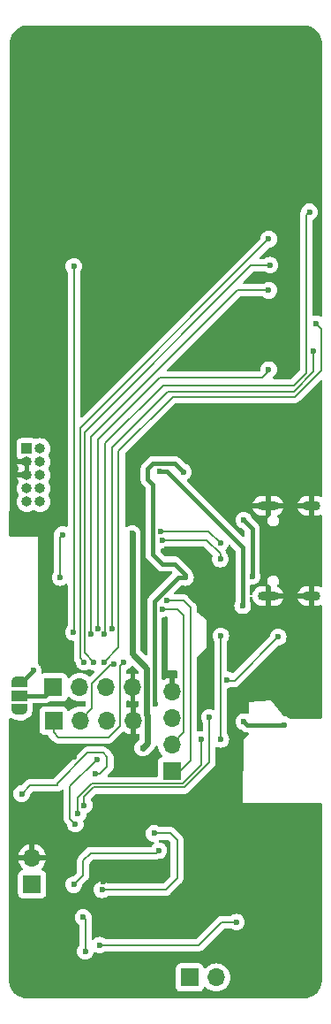
<source format=gbr>
%TF.GenerationSoftware,KiCad,Pcbnew,8.0.4*%
%TF.CreationDate,2024-11-03T02:00:12+08:00*%
%TF.ProjectId,MeshtasticStick,4d657368-7461-4737-9469-63537469636b,rev?*%
%TF.SameCoordinates,Original*%
%TF.FileFunction,Copper,L2,Bot*%
%TF.FilePolarity,Positive*%
%FSLAX46Y46*%
G04 Gerber Fmt 4.6, Leading zero omitted, Abs format (unit mm)*
G04 Created by KiCad (PCBNEW 8.0.4) date 2024-11-03 02:00:12*
%MOMM*%
%LPD*%
G01*
G04 APERTURE LIST*
G04 Aperture macros list*
%AMFreePoly0*
4,1,19,0.550000,-0.750000,0.000000,-0.750000,0.000000,-0.744911,-0.071157,-0.744911,-0.207708,-0.704816,-0.327430,-0.627875,-0.420627,-0.520320,-0.479746,-0.390866,-0.500000,-0.250000,-0.500000,0.250000,-0.479746,0.390866,-0.420627,0.520320,-0.327430,0.627875,-0.207708,0.704816,-0.071157,0.744911,0.000000,0.744911,0.000000,0.750000,0.550000,0.750000,0.550000,-0.750000,0.550000,-0.750000,
$1*%
%AMFreePoly1*
4,1,19,0.000000,0.744911,0.071157,0.744911,0.207708,0.704816,0.327430,0.627875,0.420627,0.520320,0.479746,0.390866,0.500000,0.250000,0.500000,-0.250000,0.479746,-0.390866,0.420627,-0.520320,0.327430,-0.627875,0.207708,-0.704816,0.071157,-0.744911,0.000000,-0.744911,0.000000,-0.750000,-0.550000,-0.750000,-0.550000,0.750000,0.000000,0.750000,0.000000,0.744911,0.000000,0.744911,
$1*%
G04 Aperture macros list end*
%TA.AperFunction,ComponentPad*%
%ADD10O,2.000000X0.900000*%
%TD*%
%TA.AperFunction,ComponentPad*%
%ADD11O,1.700000X0.900000*%
%TD*%
%TA.AperFunction,ComponentPad*%
%ADD12R,1.700000X1.700000*%
%TD*%
%TA.AperFunction,ComponentPad*%
%ADD13O,1.700000X1.700000*%
%TD*%
%TA.AperFunction,ComponentPad*%
%ADD14R,1.000000X1.000000*%
%TD*%
%TA.AperFunction,ComponentPad*%
%ADD15O,1.000000X1.000000*%
%TD*%
%TA.AperFunction,SMDPad,CuDef*%
%ADD16FreePoly0,90.000000*%
%TD*%
%TA.AperFunction,SMDPad,CuDef*%
%ADD17R,1.500000X1.000000*%
%TD*%
%TA.AperFunction,SMDPad,CuDef*%
%ADD18FreePoly1,90.000000*%
%TD*%
%TA.AperFunction,ViaPad*%
%ADD19C,0.600000*%
%TD*%
%TA.AperFunction,Conductor*%
%ADD20C,0.200000*%
%TD*%
%TA.AperFunction,Conductor*%
%ADD21C,0.400000*%
%TD*%
%TA.AperFunction,Conductor*%
%ADD22C,0.600000*%
%TD*%
G04 APERTURE END LIST*
D10*
%TO.P,J1,S1,SHIELD*%
%TO.N,GND*%
X150135000Y-123977400D03*
%TO.P,J1,S2,SHIELD*%
X150135000Y-115327400D03*
D11*
%TO.P,J1,S3,SHIELD*%
X154305000Y-123977400D03*
%TO.P,J1,S4,SHIELD*%
X154305000Y-115327400D03*
%TD*%
D12*
%TO.P,J4,1,Pin_1*%
%TO.N,OLED_SDA*%
X129550000Y-135890000D03*
D13*
%TO.P,J4,2,Pin_2*%
%TO.N,OLED_SCL*%
X132090000Y-135890000D03*
%TO.P,J4,3,Pin_3*%
%TO.N,3V3*%
X134630000Y-135890000D03*
%TO.P,J4,4,Pin_4*%
%TO.N,GND*%
X137170000Y-135890000D03*
%TD*%
D14*
%TO.P,J2,1,Pin_1*%
%TO.N,3V3*%
X127000000Y-109855000D03*
D15*
%TO.P,J2,2,Pin_2*%
%TO.N,SWDIO{slash}TMS*%
X128270000Y-109855000D03*
%TO.P,J2,3,Pin_3*%
%TO.N,GND*%
X127000000Y-111125000D03*
%TO.P,J2,4,Pin_4*%
%TO.N,SWCLK{slash}TCK*%
X128270000Y-111125000D03*
%TO.P,J2,5,Pin_5*%
%TO.N,GND*%
X127000000Y-112395000D03*
%TO.P,J2,6,Pin_6*%
%TO.N,SWO{slash}TDO*%
X128270000Y-112395000D03*
%TO.P,J2,7,Pin_7*%
%TO.N,unconnected-(J2-Pin_7-Pad7)*%
X127000000Y-113665000D03*
%TO.P,J2,8,Pin_8*%
%TO.N,TDI*%
X128270000Y-113665000D03*
%TO.P,J2,9,Pin_9*%
%TO.N,NC*%
X127000000Y-114935000D03*
%TO.P,J2,10,Pin_10*%
%TO.N,nRESET*%
X128270000Y-114935000D03*
%TD*%
D12*
%TO.P,J3,1,Pin_1*%
%TO.N,Net-(J3-Pin_1)*%
X129540000Y-132715000D03*
D13*
%TO.P,J3,2,Pin_2*%
%TO.N,GPS_RX*%
X132080000Y-132715000D03*
%TO.P,J3,3,Pin_3*%
%TO.N,GPS_TX*%
X134620000Y-132715000D03*
%TO.P,J3,4,Pin_4*%
%TO.N,GND*%
X137160000Y-132715000D03*
%TD*%
D12*
%TO.P,J6,1,Pin_1*%
%TO.N,DEBUG_RX*%
X140900000Y-140740000D03*
D13*
%TO.P,J6,2,Pin_2*%
%TO.N,DEBUG_TX*%
X140900000Y-138200000D03*
%TO.P,J6,3,Pin_3*%
%TO.N,3V3*%
X140900000Y-135660000D03*
%TO.P,J6,4,Pin_4*%
%TO.N,GND*%
X140900000Y-133120000D03*
%TD*%
D12*
%TO.P,J5,1,Pin_1*%
%TO.N,PV+*%
X142625000Y-160500000D03*
D13*
%TO.P,J5,2,Pin_2*%
%TO.N,PV-*%
X145165000Y-160500000D03*
%TD*%
D12*
%TO.P,BT1,1,+*%
%TO.N,Net-(BT1-+)*%
X127500000Y-151575000D03*
D13*
%TO.P,BT1,2,-*%
%TO.N,GND*%
X127500000Y-149035000D03*
%TD*%
D16*
%TO.P,JP1,1,A*%
%TO.N,5V_USB*%
X126300000Y-134800000D03*
D17*
%TO.P,JP1,2,C*%
%TO.N,Net-(J3-Pin_1)*%
X126300000Y-133500000D03*
D18*
%TO.P,JP1,3,B*%
%TO.N,3V3*%
X126300000Y-132200000D03*
%TD*%
D19*
%TO.N,GND*%
X128100000Y-144400000D03*
X130600000Y-112500000D03*
X144575000Y-123700000D03*
X128380000Y-130400000D03*
X135220000Y-145650000D03*
X128100000Y-146100000D03*
X137000000Y-150000000D03*
X131500000Y-139400000D03*
X134300000Y-151300000D03*
X137200000Y-140100000D03*
X135600000Y-155300000D03*
X150200000Y-133400000D03*
X130700000Y-109300000D03*
X140400000Y-119500000D03*
X129400000Y-130500000D03*
%TO.N,VBAT*%
X144500000Y-135600000D03*
X151100000Y-127900000D03*
X132500000Y-144000000D03*
X146200000Y-132000000D03*
%TO.N,3V3*%
X142200000Y-122200000D03*
X139360000Y-134287661D03*
X142000000Y-112100000D03*
X127600000Y-131100000D03*
%TO.N,5V_USB*%
X138100000Y-138500000D03*
X137100000Y-118000000D03*
X126400000Y-135100000D03*
%TO.N,VIN_sns*%
X134200000Y-152100000D03*
X132400000Y-154743402D03*
X132600000Y-158000000D03*
X139200000Y-146700000D03*
%TO.N,5V_OUTPUT*%
X139746149Y-112050000D03*
X147700000Y-124900000D03*
%TO.N,Vrs+*%
X134000000Y-157400000D03*
X147100000Y-155200000D03*
%TO.N,Net-(U5-VREF)*%
X133700000Y-139650000D03*
X131649997Y-145800000D03*
%TO.N,Net-(D3-A)*%
X147800000Y-136000000D03*
X151700000Y-136300000D03*
%TO.N,Net-(D1-A)*%
X147800000Y-116700000D03*
X148600000Y-122100000D03*
%TO.N,GPS_RX*%
X130400000Y-118100000D03*
X130200000Y-122200000D03*
%TO.N,OLED_SDA*%
X136300000Y-130300000D03*
%TO.N,OLED_SCL*%
X135300000Y-130500000D03*
%TO.N,Net-(U4-D-)*%
X145550000Y-120431478D03*
X140000000Y-118600000D03*
%TO.N,Net-(U4-D+)*%
X145550000Y-118900000D03*
X139866486Y-117782702D03*
%TO.N,NTC*%
X133600000Y-141000000D03*
X126500000Y-142900000D03*
%TO.N,Net-(U5-IPRE)*%
X139650000Y-148350000D03*
X131500000Y-151600000D03*
%TO.N,Net-(R22-Pad1)*%
X145600000Y-127800000D03*
X145600000Y-137700000D03*
%TO.N,LORA_MOSI*%
X133400000Y-130300000D03*
X150300000Y-92300000D03*
%TO.N,LORA_DIO1*%
X133839180Y-127064971D03*
X150199998Y-102299996D03*
%TO.N,LORA_SCK*%
X150200000Y-89800000D03*
X132500000Y-130300000D03*
%TO.N,LORA_DIO2*%
X135150000Y-127140380D03*
X154500000Y-100500000D03*
%TO.N,LORA_RESET*%
X134400004Y-130300000D03*
X154700000Y-97900000D03*
%TO.N,LORA_CS*%
X154100000Y-87200000D03*
X134438577Y-127605547D03*
%TO.N,LORA_MISO*%
X133160000Y-127576066D03*
X150200000Y-94700000D03*
%TO.N,SX126X_RXEN*%
X131459995Y-127439995D03*
X131500000Y-92400000D03*
%TO.N,DEBUG_RX*%
X140400000Y-124400000D03*
%TO.N,DEBUG_TX*%
X140000000Y-125200000D03*
%TO.N,Net-(BT1-+)*%
X131900000Y-144833364D03*
X143700000Y-137700000D03*
%TD*%
D20*
%TO.N,VBAT*%
X146300000Y-132100000D02*
X146200000Y-132000000D01*
X132500000Y-143200000D02*
X133400000Y-142300000D01*
X133400000Y-142300000D02*
X142100000Y-142300000D01*
X146900000Y-132100000D02*
X146300000Y-132100000D01*
X132500000Y-144000000D02*
X132500000Y-143200000D01*
X142100000Y-142300000D02*
X144500000Y-139900000D01*
X151100000Y-127900000D02*
X146900000Y-132100000D01*
X144500000Y-139900000D02*
X144500000Y-135600000D01*
D21*
%TO.N,3V3*%
X138600000Y-111800000D02*
X139100000Y-111300000D01*
X138600000Y-112800000D02*
X138600000Y-111800000D01*
X139100000Y-111300000D02*
X141200000Y-111300000D01*
X142200000Y-122200000D02*
X141539339Y-122200000D01*
X139250000Y-134177661D02*
X139360000Y-134287661D01*
X126500000Y-132200000D02*
X127600000Y-131100000D01*
X139100000Y-113300000D02*
X138600000Y-112800000D01*
X140000000Y-120900000D02*
X139100000Y-120000000D01*
X142200000Y-121900000D02*
X141200000Y-120900000D01*
X139100000Y-120000000D02*
X139100000Y-113300000D01*
X141200000Y-111300000D02*
X142000000Y-112100000D01*
X142200000Y-122200000D02*
X142200000Y-121900000D01*
X126300000Y-132200000D02*
X126500000Y-132200000D01*
X139250000Y-124489339D02*
X139250000Y-134177661D01*
X141539339Y-122200000D02*
X139250000Y-124489339D01*
X141200000Y-120900000D02*
X140000000Y-120900000D01*
%TO.N,5V_USB*%
X126400000Y-135100000D02*
X126400000Y-134900000D01*
D22*
X138510000Y-130910000D02*
X138510000Y-135320811D01*
X138600000Y-135410811D02*
X138600000Y-138000000D01*
X137100000Y-118000000D02*
X137100000Y-129500000D01*
X137100000Y-129500000D02*
X138510000Y-130910000D01*
D21*
X126400000Y-134900000D02*
X126300000Y-134800000D01*
D22*
X138600000Y-138000000D02*
X138100000Y-138500000D01*
X138510000Y-135320811D02*
X138600000Y-135410811D01*
D20*
%TO.N,VIN_sns*%
X140800000Y-146700000D02*
X141400000Y-147300000D01*
X140300000Y-152100000D02*
X134200000Y-152100000D01*
X132600000Y-154943402D02*
X132400000Y-154743402D01*
X132600000Y-158000000D02*
X132600000Y-154943402D01*
X141400000Y-147300000D02*
X141400000Y-151000000D01*
X139200000Y-146700000D02*
X140800000Y-146700000D01*
X141400000Y-151000000D02*
X140300000Y-152100000D01*
D21*
%TO.N,5V_OUTPUT*%
X147700000Y-119300000D02*
X140450000Y-112050000D01*
X140450000Y-112050000D02*
X139746149Y-112050000D01*
X147700000Y-124900000D02*
X147700000Y-119300000D01*
D20*
%TO.N,Vrs+*%
X145700000Y-155200000D02*
X143500000Y-157400000D01*
X147100000Y-155200000D02*
X145700000Y-155200000D01*
X143500000Y-157400000D02*
X134000000Y-157400000D01*
%TO.N,Net-(U5-VREF)*%
X131649997Y-145800000D02*
X131150000Y-145300003D01*
X131150000Y-145300003D02*
X131150000Y-142200000D01*
X131150000Y-142200000D02*
X133700000Y-139650000D01*
D21*
%TO.N,Net-(D3-A)*%
X148100000Y-136300000D02*
X147800000Y-136000000D01*
X151700000Y-136300000D02*
X148100000Y-136300000D01*
%TO.N,Net-(D1-A)*%
X148600000Y-122100000D02*
X148600000Y-117500000D01*
X148600000Y-117500000D02*
X147800000Y-116700000D01*
%TO.N,Net-(J3-Pin_1)*%
X128755000Y-133500000D02*
X129540000Y-132715000D01*
X126300000Y-133500000D02*
X128755000Y-133500000D01*
D20*
%TO.N,GPS_RX*%
X130200000Y-122200000D02*
X130200000Y-118300000D01*
X130200000Y-118300000D02*
X130400000Y-118100000D01*
%TO.N,OLED_SDA*%
X134800000Y-137500000D02*
X130000000Y-137500000D01*
X130000000Y-137500000D02*
X129550000Y-137050000D01*
X136300000Y-130300000D02*
X135900000Y-130700000D01*
X135900000Y-130700000D02*
X135900000Y-136400000D01*
X135900000Y-136400000D02*
X134800000Y-137500000D01*
X129550000Y-137050000D02*
X129550000Y-135890000D01*
%TO.N,OLED_SCL*%
X135100000Y-130500000D02*
X133230000Y-132370000D01*
X135300000Y-130500000D02*
X135100000Y-130500000D01*
X133230000Y-132370000D02*
X133230000Y-134750000D01*
X133230000Y-134750000D02*
X132090000Y-135890000D01*
%TO.N,Net-(U4-D-)*%
X144200000Y-118600000D02*
X140000000Y-118600000D01*
X145550000Y-119950000D02*
X144200000Y-118600000D01*
X145550000Y-120431478D02*
X145550000Y-119950000D01*
%TO.N,Net-(U4-D+)*%
X144432702Y-117782702D02*
X139866486Y-117782702D01*
X145550000Y-118900000D02*
X144432702Y-117782702D01*
%TO.N,NTC*%
X134300000Y-139000000D02*
X132800000Y-139000000D01*
X134700000Y-139400000D02*
X134300000Y-139000000D01*
X132800000Y-139000000D02*
X129900000Y-141900000D01*
X127300000Y-142100000D02*
X126500000Y-142900000D01*
X134000000Y-141000000D02*
X134700000Y-140300000D01*
X133600000Y-141000000D02*
X134000000Y-141000000D01*
X129900000Y-141900000D02*
X129900000Y-142100000D01*
X134700000Y-140300000D02*
X134700000Y-139400000D01*
X129900000Y-142100000D02*
X127300000Y-142100000D01*
%TO.N,Net-(U5-IPRE)*%
X131500000Y-151600000D02*
X132400000Y-150700000D01*
X132400000Y-150700000D02*
X132400000Y-149300000D01*
X139400000Y-148600000D02*
X139650000Y-148350000D01*
X132400000Y-149300000D02*
X133100000Y-148600000D01*
X133100000Y-148600000D02*
X139400000Y-148600000D01*
%TO.N,Net-(R22-Pad1)*%
X145600000Y-137700000D02*
X145600000Y-127800000D01*
%TO.N,LORA_MOSI*%
X133400000Y-130300000D02*
X132510000Y-129410000D01*
X132510000Y-108290000D02*
X148500000Y-92300000D01*
X132510000Y-129410000D02*
X132510000Y-108290000D01*
X148500000Y-92300000D02*
X150300000Y-92300000D01*
%TO.N,LORA_DIO1*%
X149600000Y-103100000D02*
X139734314Y-103100000D01*
X150199998Y-102299996D02*
X150199998Y-102500002D01*
X139734314Y-103100000D02*
X133839180Y-108995134D01*
X133839180Y-108995134D02*
X133839180Y-127064971D01*
X150199998Y-102500002D02*
X149600000Y-103100000D01*
%TO.N,LORA_SCK*%
X132110000Y-129910000D02*
X132500000Y-130300000D01*
X132110000Y-107890000D02*
X132110000Y-129910000D01*
X150200000Y-89800000D02*
X132110000Y-107890000D01*
%TO.N,LORA_DIO2*%
X140500000Y-104400000D02*
X152600000Y-104400000D01*
X152600000Y-104400000D02*
X154500000Y-102500000D01*
X135150000Y-127140380D02*
X135150000Y-109750000D01*
X154500000Y-102500000D02*
X154500000Y-100500000D01*
X135150000Y-109750000D02*
X140500000Y-104400000D01*
%TO.N,LORA_RESET*%
X135800000Y-128900004D02*
X134400004Y-130300000D01*
X155226268Y-98426268D02*
X155226268Y-102373732D01*
X135800000Y-110100000D02*
X135800000Y-128900004D01*
X141000000Y-104900000D02*
X135800000Y-110100000D01*
X154700000Y-97900000D02*
X155226268Y-98426268D01*
X155226268Y-102373732D02*
X152700000Y-104900000D01*
X152700000Y-104900000D02*
X141000000Y-104900000D01*
%TO.N,LORA_CS*%
X154100000Y-87200000D02*
X153800000Y-87500000D01*
X134489180Y-127554944D02*
X134438577Y-127605547D01*
X152600000Y-103800000D02*
X140050000Y-103800000D01*
X153800000Y-87500000D02*
X153800000Y-102600000D01*
X134489180Y-109360820D02*
X134489180Y-127554944D01*
X153800000Y-102600000D02*
X152600000Y-103800000D01*
X140050000Y-103800000D02*
X134489180Y-109360820D01*
%TO.N,LORA_MISO*%
X150200000Y-94700000D02*
X147200000Y-94700000D01*
X147200000Y-94700000D02*
X133160000Y-108740000D01*
X133160000Y-108740000D02*
X133160000Y-127576066D01*
%TO.N,SX126X_RXEN*%
X131500000Y-127399990D02*
X131459995Y-127439995D01*
X131500000Y-92400000D02*
X131500000Y-127399990D01*
%TO.N,DEBUG_RX*%
X141660000Y-140740000D02*
X140900000Y-140740000D01*
X140400000Y-124400000D02*
X142000000Y-124400000D01*
X142700000Y-125100000D02*
X142700000Y-139700000D01*
X142700000Y-139700000D02*
X141660000Y-140740000D01*
X142000000Y-124400000D02*
X142700000Y-125100000D01*
%TO.N,DEBUG_TX*%
X142050000Y-137050000D02*
X140900000Y-138200000D01*
X142050000Y-125850000D02*
X142050000Y-137050000D01*
X140000000Y-125200000D02*
X141400000Y-125200000D01*
X141400000Y-125200000D02*
X142050000Y-125850000D01*
%TO.N,Net-(BT1-+)*%
X143700000Y-140134314D02*
X141934314Y-141900000D01*
X133234314Y-141900000D02*
X131850000Y-143284314D01*
X131850000Y-144783364D02*
X131900000Y-144833364D01*
X131850000Y-143284314D02*
X131850000Y-144783364D01*
X141934314Y-141900000D02*
X133234314Y-141900000D01*
X143700000Y-137700000D02*
X143700000Y-140134314D01*
%TD*%
%TA.AperFunction,Conductor*%
%TO.N,GND*%
G36*
X155244814Y-103306933D02*
G01*
X155300747Y-103348805D01*
X155325164Y-103414269D01*
X155325480Y-103423172D01*
X155320420Y-114368520D01*
X155300704Y-114435551D01*
X155247879Y-114481281D01*
X155178716Y-114491193D01*
X155148968Y-114483024D01*
X154982109Y-114413909D01*
X154982097Y-114413906D01*
X154798570Y-114377400D01*
X154555000Y-114377400D01*
X154555000Y-115027400D01*
X154055000Y-115027400D01*
X154055000Y-114377400D01*
X153811430Y-114377400D01*
X153627902Y-114413906D01*
X153627894Y-114413908D01*
X153455008Y-114485519D01*
X153454999Y-114485524D01*
X153299410Y-114589486D01*
X153299406Y-114589489D01*
X153167089Y-114721806D01*
X153167086Y-114721810D01*
X153063124Y-114877399D01*
X153063119Y-114877408D01*
X152991507Y-115050296D01*
X152991506Y-115050299D01*
X152986115Y-115077399D01*
X152986116Y-115077400D01*
X153738012Y-115077400D01*
X153720795Y-115087340D01*
X153664940Y-115143195D01*
X153625444Y-115211604D01*
X153605000Y-115287904D01*
X153605000Y-115366896D01*
X153625444Y-115443196D01*
X153664940Y-115511605D01*
X153720795Y-115567460D01*
X153738012Y-115577400D01*
X152986116Y-115577400D01*
X152991506Y-115604500D01*
X152991507Y-115604503D01*
X153063119Y-115777391D01*
X153063124Y-115777400D01*
X153167086Y-115932989D01*
X153167089Y-115932993D01*
X153299406Y-116065310D01*
X153299410Y-116065313D01*
X153454999Y-116169275D01*
X153455008Y-116169280D01*
X153627894Y-116240891D01*
X153627902Y-116240893D01*
X153811428Y-116277399D01*
X153811431Y-116277400D01*
X154055000Y-116277400D01*
X154055000Y-115627400D01*
X154555000Y-115627400D01*
X154555000Y-116277400D01*
X154798569Y-116277400D01*
X154798571Y-116277399D01*
X154982097Y-116240893D01*
X154982105Y-116240891D01*
X155148081Y-116172142D01*
X155217550Y-116164673D01*
X155280030Y-116195948D01*
X155315682Y-116256037D01*
X155319534Y-116286760D01*
X155316423Y-123016864D01*
X155296707Y-123083895D01*
X155243882Y-123129625D01*
X155174719Y-123139537D01*
X155144971Y-123131368D01*
X154982109Y-123063909D01*
X154982097Y-123063906D01*
X154798570Y-123027400D01*
X154555000Y-123027400D01*
X154555000Y-123677400D01*
X154055000Y-123677400D01*
X154055000Y-123027400D01*
X153811430Y-123027400D01*
X153627902Y-123063906D01*
X153627894Y-123063908D01*
X153455008Y-123135519D01*
X153454999Y-123135524D01*
X153299410Y-123239486D01*
X153299406Y-123239489D01*
X153167089Y-123371806D01*
X153167086Y-123371810D01*
X153063124Y-123527399D01*
X153063119Y-123527408D01*
X152991507Y-123700296D01*
X152991506Y-123700299D01*
X152986115Y-123727399D01*
X152986116Y-123727400D01*
X153738012Y-123727400D01*
X153720795Y-123737340D01*
X153664940Y-123793195D01*
X153625444Y-123861604D01*
X153605000Y-123937904D01*
X153605000Y-124016896D01*
X153625444Y-124093196D01*
X153664940Y-124161605D01*
X153720795Y-124217460D01*
X153738012Y-124227400D01*
X152986116Y-124227400D01*
X152991506Y-124254500D01*
X152991507Y-124254503D01*
X153063119Y-124427391D01*
X153063124Y-124427400D01*
X153167086Y-124582989D01*
X153167089Y-124582993D01*
X153299406Y-124715310D01*
X153299410Y-124715313D01*
X153454999Y-124819275D01*
X153455008Y-124819280D01*
X153627894Y-124890891D01*
X153627902Y-124890893D01*
X153811428Y-124927399D01*
X153811431Y-124927400D01*
X154055000Y-124927400D01*
X154055000Y-124277400D01*
X154555000Y-124277400D01*
X154555000Y-124927400D01*
X154798569Y-124927400D01*
X154798571Y-124927399D01*
X154982097Y-124890893D01*
X154982105Y-124890891D01*
X155144082Y-124823798D01*
X155213551Y-124816329D01*
X155276030Y-124847604D01*
X155311683Y-124907693D01*
X155315535Y-124938416D01*
X155310619Y-135576057D01*
X155290903Y-135643088D01*
X155238078Y-135688818D01*
X155186619Y-135700000D01*
X152283039Y-135700000D01*
X152216000Y-135680315D01*
X152205724Y-135672945D01*
X152202263Y-135670185D01*
X152202262Y-135670184D01*
X152113500Y-135614411D01*
X152049523Y-135574211D01*
X151879254Y-135514631D01*
X151879249Y-135514630D01*
X151700004Y-135494435D01*
X151693036Y-135494435D01*
X151693036Y-135492229D01*
X151634596Y-135481984D01*
X151593833Y-135449655D01*
X151556306Y-135404087D01*
X151445178Y-135269145D01*
X150400001Y-134000000D01*
X150400000Y-134000000D01*
X149348719Y-134050061D01*
X148300000Y-134100000D01*
X148300000Y-135152103D01*
X148280315Y-135219142D01*
X148227511Y-135264897D01*
X148158353Y-135274841D01*
X148135046Y-135269145D01*
X147979257Y-135214632D01*
X147979249Y-135214630D01*
X147800004Y-135194435D01*
X147799996Y-135194435D01*
X147620750Y-135214630D01*
X147620745Y-135214631D01*
X147450476Y-135274211D01*
X147297737Y-135370184D01*
X147170184Y-135497737D01*
X147074211Y-135650476D01*
X147014631Y-135820745D01*
X147014630Y-135820750D01*
X146994435Y-135999996D01*
X146994435Y-136000003D01*
X147014630Y-136179249D01*
X147014631Y-136179254D01*
X147074211Y-136349523D01*
X147099645Y-136390000D01*
X147170184Y-136502262D01*
X147297738Y-136629816D01*
X147450478Y-136725789D01*
X147553984Y-136762007D01*
X147600711Y-136791368D01*
X147653453Y-136844111D01*
X147653454Y-136844112D01*
X147768192Y-136920777D01*
X147886167Y-136969643D01*
X147895672Y-136973580D01*
X147895676Y-136973580D01*
X147895677Y-136973581D01*
X148031003Y-137000500D01*
X148031006Y-137000500D01*
X148031007Y-137000500D01*
X148176000Y-137000500D01*
X148243039Y-137020185D01*
X148288794Y-137072989D01*
X148300000Y-137124500D01*
X148300000Y-137148637D01*
X148280315Y-137215676D01*
X148263681Y-137236318D01*
X147800000Y-137699998D01*
X147799999Y-137700000D01*
X147699999Y-143800000D01*
X147700000Y-143800000D01*
X155182761Y-143800000D01*
X155249800Y-143819685D01*
X155295555Y-143872489D01*
X155306760Y-143924055D01*
X155303268Y-151479815D01*
X155299032Y-160643667D01*
X155298694Y-160648985D01*
X155298982Y-160715407D01*
X155298704Y-160724252D01*
X155282505Y-160965466D01*
X155280063Y-160982990D01*
X155230624Y-161215097D01*
X155225713Y-161232095D01*
X155143741Y-161454804D01*
X155136461Y-161470929D01*
X155023624Y-161679713D01*
X155014122Y-161694639D01*
X154872725Y-161885229D01*
X154861196Y-161898650D01*
X154694115Y-162067174D01*
X154680794Y-162078818D01*
X154491425Y-162221850D01*
X154476582Y-162231479D01*
X154268774Y-162346110D01*
X154252711Y-162353529D01*
X154030725Y-162437408D01*
X154013770Y-162442466D01*
X153782086Y-162493902D01*
X153764584Y-162496494D01*
X153524186Y-162514717D01*
X153514767Y-162515072D01*
X127148421Y-162505241D01*
X127143296Y-162504916D01*
X127076786Y-162505200D01*
X127067940Y-162504922D01*
X126826708Y-162488705D01*
X126809186Y-162486262D01*
X126577082Y-162436810D01*
X126560085Y-162431898D01*
X126337383Y-162349919D01*
X126321259Y-162342639D01*
X126112486Y-162229798D01*
X126097562Y-162220297D01*
X125906970Y-162078893D01*
X125893550Y-162067364D01*
X125893358Y-162067174D01*
X125725032Y-161900285D01*
X125713389Y-161886965D01*
X125570356Y-161697596D01*
X125560727Y-161682754D01*
X125559049Y-161679713D01*
X125481151Y-161538498D01*
X125446098Y-161474953D01*
X125438680Y-161458892D01*
X125354794Y-161236905D01*
X125349736Y-161219951D01*
X125340383Y-161177830D01*
X125298293Y-160988274D01*
X125295701Y-160970774D01*
X125277420Y-160729763D01*
X125277066Y-160720319D01*
X125277870Y-159602135D01*
X141274500Y-159602135D01*
X141274500Y-161397870D01*
X141274501Y-161397876D01*
X141280908Y-161457483D01*
X141331202Y-161592328D01*
X141331206Y-161592335D01*
X141417452Y-161707544D01*
X141417455Y-161707547D01*
X141532664Y-161793793D01*
X141532671Y-161793797D01*
X141667517Y-161844091D01*
X141667516Y-161844091D01*
X141674444Y-161844835D01*
X141727127Y-161850500D01*
X143522872Y-161850499D01*
X143582483Y-161844091D01*
X143717331Y-161793796D01*
X143832546Y-161707546D01*
X143918796Y-161592331D01*
X143967810Y-161460916D01*
X144009681Y-161404984D01*
X144075145Y-161380566D01*
X144143418Y-161395417D01*
X144171673Y-161416569D01*
X144293599Y-161538495D01*
X144390384Y-161606265D01*
X144487165Y-161674032D01*
X144487167Y-161674033D01*
X144487170Y-161674035D01*
X144701337Y-161773903D01*
X144929592Y-161835063D01*
X145106034Y-161850500D01*
X145164999Y-161855659D01*
X145165000Y-161855659D01*
X145165001Y-161855659D01*
X145223966Y-161850500D01*
X145400408Y-161835063D01*
X145628663Y-161773903D01*
X145842830Y-161674035D01*
X146036401Y-161538495D01*
X146203495Y-161371401D01*
X146339035Y-161177830D01*
X146438903Y-160963663D01*
X146500063Y-160735408D01*
X146520659Y-160500000D01*
X146500063Y-160264592D01*
X146438903Y-160036337D01*
X146339035Y-159822171D01*
X146203495Y-159628599D01*
X146203494Y-159628597D01*
X146036402Y-159461506D01*
X146036395Y-159461501D01*
X145842834Y-159325967D01*
X145842830Y-159325965D01*
X145842828Y-159325964D01*
X145628663Y-159226097D01*
X145628659Y-159226096D01*
X145628655Y-159226094D01*
X145400413Y-159164938D01*
X145400403Y-159164936D01*
X145165001Y-159144341D01*
X145164999Y-159144341D01*
X144929596Y-159164936D01*
X144929586Y-159164938D01*
X144701344Y-159226094D01*
X144701335Y-159226098D01*
X144487171Y-159325964D01*
X144487169Y-159325965D01*
X144293600Y-159461503D01*
X144171673Y-159583430D01*
X144110350Y-159616914D01*
X144040658Y-159611930D01*
X143984725Y-159570058D01*
X143967810Y-159539081D01*
X143918797Y-159407671D01*
X143918793Y-159407664D01*
X143832547Y-159292455D01*
X143832544Y-159292452D01*
X143717335Y-159206206D01*
X143717328Y-159206202D01*
X143582482Y-159155908D01*
X143582483Y-159155908D01*
X143522883Y-159149501D01*
X143522881Y-159149500D01*
X143522873Y-159149500D01*
X143522864Y-159149500D01*
X141727129Y-159149500D01*
X141727123Y-159149501D01*
X141667516Y-159155908D01*
X141532671Y-159206202D01*
X141532664Y-159206206D01*
X141417455Y-159292452D01*
X141417452Y-159292455D01*
X141331206Y-159407664D01*
X141331202Y-159407671D01*
X141280908Y-159542517D01*
X141274501Y-159602116D01*
X141274500Y-159602135D01*
X125277870Y-159602135D01*
X125281364Y-154743398D01*
X131594435Y-154743398D01*
X131594435Y-154743405D01*
X131614630Y-154922651D01*
X131614631Y-154922656D01*
X131674211Y-155092925D01*
X131741489Y-155199996D01*
X131770184Y-155245664D01*
X131897738Y-155373218D01*
X131907346Y-155379255D01*
X131941471Y-155400697D01*
X131987763Y-155453031D01*
X131999500Y-155505691D01*
X131999500Y-157417587D01*
X131979815Y-157484626D01*
X131972450Y-157494896D01*
X131970186Y-157497734D01*
X131874211Y-157650476D01*
X131814631Y-157820745D01*
X131814630Y-157820750D01*
X131794435Y-157999996D01*
X131794435Y-158000003D01*
X131814630Y-158179249D01*
X131814631Y-158179254D01*
X131874211Y-158349523D01*
X131970184Y-158502262D01*
X132097738Y-158629816D01*
X132250478Y-158725789D01*
X132420745Y-158785368D01*
X132420750Y-158785369D01*
X132599996Y-158805565D01*
X132600000Y-158805565D01*
X132600004Y-158805565D01*
X132779249Y-158785369D01*
X132779252Y-158785368D01*
X132779255Y-158785368D01*
X132949522Y-158725789D01*
X133102262Y-158629816D01*
X133229816Y-158502262D01*
X133325789Y-158349522D01*
X133385368Y-158179255D01*
X133386425Y-158169867D01*
X133413488Y-158105453D01*
X133471080Y-158065895D01*
X133540917Y-158063753D01*
X133575619Y-158078752D01*
X133650475Y-158125788D01*
X133820745Y-158185368D01*
X133820750Y-158185369D01*
X133999996Y-158205565D01*
X134000000Y-158205565D01*
X134000004Y-158205565D01*
X134179249Y-158185369D01*
X134179252Y-158185368D01*
X134179255Y-158185368D01*
X134349522Y-158125789D01*
X134502262Y-158029816D01*
X134502267Y-158029810D01*
X134505097Y-158027555D01*
X134507275Y-158026665D01*
X134508158Y-158026111D01*
X134508255Y-158026265D01*
X134569783Y-158001145D01*
X134582412Y-158000500D01*
X143413331Y-158000500D01*
X143413347Y-158000501D01*
X143420943Y-158000501D01*
X143579054Y-158000501D01*
X143579057Y-158000501D01*
X143731785Y-157959577D01*
X143781904Y-157930639D01*
X143868716Y-157880520D01*
X143980520Y-157768716D01*
X143980520Y-157768714D01*
X143990728Y-157758507D01*
X143990729Y-157758504D01*
X145912416Y-155836819D01*
X145973739Y-155803334D01*
X146000097Y-155800500D01*
X146517588Y-155800500D01*
X146584627Y-155820185D01*
X146594903Y-155827555D01*
X146597736Y-155829814D01*
X146597738Y-155829816D01*
X146750478Y-155925789D01*
X146920745Y-155985368D01*
X146920750Y-155985369D01*
X147099996Y-156005565D01*
X147100000Y-156005565D01*
X147100004Y-156005565D01*
X147279249Y-155985369D01*
X147279252Y-155985368D01*
X147279255Y-155985368D01*
X147449522Y-155925789D01*
X147602262Y-155829816D01*
X147729816Y-155702262D01*
X147825789Y-155549522D01*
X147885368Y-155379255D01*
X147886048Y-155373219D01*
X147905565Y-155200003D01*
X147905565Y-155199996D01*
X147885369Y-155020750D01*
X147885368Y-155020745D01*
X147825789Y-154850478D01*
X147820366Y-154841848D01*
X147786582Y-154788080D01*
X147729816Y-154697738D01*
X147602262Y-154570184D01*
X147592654Y-154564147D01*
X147449523Y-154474211D01*
X147279254Y-154414631D01*
X147279249Y-154414630D01*
X147100004Y-154394435D01*
X147099996Y-154394435D01*
X146920750Y-154414630D01*
X146920745Y-154414631D01*
X146750476Y-154474211D01*
X146597736Y-154570185D01*
X146594903Y-154572445D01*
X146592724Y-154573334D01*
X146591842Y-154573889D01*
X146591744Y-154573734D01*
X146530217Y-154598855D01*
X146517588Y-154599500D01*
X145786669Y-154599500D01*
X145786653Y-154599499D01*
X145779057Y-154599499D01*
X145620943Y-154599499D01*
X145513587Y-154628265D01*
X145468210Y-154640424D01*
X145468209Y-154640425D01*
X145433066Y-154660716D01*
X145433064Y-154660717D01*
X145331290Y-154719475D01*
X145331282Y-154719481D01*
X145232237Y-154818527D01*
X145219480Y-154831284D01*
X145219478Y-154831286D01*
X144247431Y-155803334D01*
X143287584Y-156763181D01*
X143226261Y-156796666D01*
X143199903Y-156799500D01*
X134582412Y-156799500D01*
X134515373Y-156779815D01*
X134505097Y-156772445D01*
X134502263Y-156770185D01*
X134502262Y-156770184D01*
X134445496Y-156734515D01*
X134349523Y-156674211D01*
X134179254Y-156614631D01*
X134179249Y-156614630D01*
X134000004Y-156594435D01*
X133999996Y-156594435D01*
X133820750Y-156614630D01*
X133820745Y-156614631D01*
X133650476Y-156674211D01*
X133497737Y-156770184D01*
X133412181Y-156855741D01*
X133350858Y-156889226D01*
X133281166Y-156884242D01*
X133225233Y-156842370D01*
X133200816Y-156776906D01*
X133200500Y-156768060D01*
X133200500Y-155032462D01*
X133200501Y-155032449D01*
X133200501Y-154864342D01*
X133199440Y-154856283D01*
X133199924Y-154856219D01*
X133197099Y-154818531D01*
X133205565Y-154743402D01*
X133196249Y-154660716D01*
X133185369Y-154564152D01*
X133185368Y-154564147D01*
X133133050Y-154414631D01*
X133125789Y-154393880D01*
X133029816Y-154241140D01*
X132902262Y-154113586D01*
X132749523Y-154017613D01*
X132579254Y-153958033D01*
X132579249Y-153958032D01*
X132400004Y-153937837D01*
X132399996Y-153937837D01*
X132220750Y-153958032D01*
X132220745Y-153958033D01*
X132050476Y-154017613D01*
X131897737Y-154113586D01*
X131770184Y-154241139D01*
X131674211Y-154393878D01*
X131614631Y-154564147D01*
X131614630Y-154564152D01*
X131594435Y-154743398D01*
X125281364Y-154743398D01*
X125284288Y-150677135D01*
X126149500Y-150677135D01*
X126149500Y-152472870D01*
X126149501Y-152472876D01*
X126155908Y-152532483D01*
X126206202Y-152667328D01*
X126206206Y-152667335D01*
X126292452Y-152782544D01*
X126292455Y-152782547D01*
X126407664Y-152868793D01*
X126407671Y-152868797D01*
X126542517Y-152919091D01*
X126542516Y-152919091D01*
X126549444Y-152919835D01*
X126602127Y-152925500D01*
X128397872Y-152925499D01*
X128457483Y-152919091D01*
X128592331Y-152868796D01*
X128707546Y-152782546D01*
X128793796Y-152667331D01*
X128844091Y-152532483D01*
X128850500Y-152472873D01*
X128850500Y-151599996D01*
X130694435Y-151599996D01*
X130694435Y-151600003D01*
X130714630Y-151779249D01*
X130714631Y-151779254D01*
X130774211Y-151949523D01*
X130868760Y-152099996D01*
X130870184Y-152102262D01*
X130997738Y-152229816D01*
X131150478Y-152325789D01*
X131320745Y-152385368D01*
X131320750Y-152385369D01*
X131499996Y-152405565D01*
X131500000Y-152405565D01*
X131500004Y-152405565D01*
X131679249Y-152385369D01*
X131679252Y-152385368D01*
X131679255Y-152385368D01*
X131849522Y-152325789D01*
X132002262Y-152229816D01*
X132129816Y-152102262D01*
X132225789Y-151949522D01*
X132285368Y-151779255D01*
X132295161Y-151692329D01*
X132322226Y-151627918D01*
X132330690Y-151618543D01*
X132758506Y-151190728D01*
X132758511Y-151190724D01*
X132768714Y-151180520D01*
X132768716Y-151180520D01*
X132880520Y-151068716D01*
X132956440Y-150937218D01*
X132959577Y-150931785D01*
X133000500Y-150779058D01*
X133000500Y-150620943D01*
X133000500Y-149600097D01*
X133020185Y-149533058D01*
X133036819Y-149512416D01*
X133312416Y-149236819D01*
X133373739Y-149203334D01*
X133400097Y-149200500D01*
X139313331Y-149200500D01*
X139313347Y-149200501D01*
X139320943Y-149200501D01*
X139479053Y-149200501D01*
X139479057Y-149200501D01*
X139631785Y-149159577D01*
X139631790Y-149159573D01*
X139635428Y-149158599D01*
X139653631Y-149155155D01*
X139776843Y-149141273D01*
X139829249Y-149135369D01*
X139829252Y-149135368D01*
X139829255Y-149135368D01*
X139999522Y-149075789D01*
X140152262Y-148979816D01*
X140279816Y-148852262D01*
X140375789Y-148699522D01*
X140435368Y-148529255D01*
X140455565Y-148350000D01*
X140442189Y-148231286D01*
X140435369Y-148170750D01*
X140435368Y-148170745D01*
X140389766Y-148040423D01*
X140375789Y-148000478D01*
X140375174Y-147999500D01*
X140288400Y-147861400D01*
X140279816Y-147847738D01*
X140152262Y-147720184D01*
X140037422Y-147648025D01*
X139999523Y-147624211D01*
X139829254Y-147564631D01*
X139829250Y-147564630D01*
X139756830Y-147556471D01*
X139692416Y-147529404D01*
X139652861Y-147471809D01*
X139650724Y-147401973D01*
X139686682Y-147342066D01*
X139696893Y-147334258D01*
X139696815Y-147334160D01*
X139705097Y-147327555D01*
X139707273Y-147326666D01*
X139708167Y-147326105D01*
X139708265Y-147326261D01*
X139769783Y-147301145D01*
X139782412Y-147300500D01*
X140499903Y-147300500D01*
X140566942Y-147320185D01*
X140587584Y-147336819D01*
X140763181Y-147512416D01*
X140796666Y-147573739D01*
X140799500Y-147600097D01*
X140799500Y-150699903D01*
X140779815Y-150766942D01*
X140763181Y-150787584D01*
X140087584Y-151463181D01*
X140026261Y-151496666D01*
X139999903Y-151499500D01*
X134782412Y-151499500D01*
X134715373Y-151479815D01*
X134705097Y-151472445D01*
X134702263Y-151470185D01*
X134702262Y-151470184D01*
X134645496Y-151434515D01*
X134549523Y-151374211D01*
X134379254Y-151314631D01*
X134379249Y-151314630D01*
X134200004Y-151294435D01*
X134199996Y-151294435D01*
X134020750Y-151314630D01*
X134020745Y-151314631D01*
X133850476Y-151374211D01*
X133697737Y-151470184D01*
X133570184Y-151597737D01*
X133474211Y-151750476D01*
X133414631Y-151920745D01*
X133414630Y-151920750D01*
X133394435Y-152099996D01*
X133394435Y-152100003D01*
X133414630Y-152279249D01*
X133414631Y-152279254D01*
X133474211Y-152449523D01*
X133570184Y-152602262D01*
X133697738Y-152729816D01*
X133850478Y-152825789D01*
X133973385Y-152868796D01*
X134020745Y-152885368D01*
X134020750Y-152885369D01*
X134199996Y-152905565D01*
X134200000Y-152905565D01*
X134200004Y-152905565D01*
X134379249Y-152885369D01*
X134379252Y-152885368D01*
X134379255Y-152885368D01*
X134549522Y-152825789D01*
X134702262Y-152729816D01*
X134702267Y-152729810D01*
X134705097Y-152727555D01*
X134707275Y-152726665D01*
X134708158Y-152726111D01*
X134708255Y-152726265D01*
X134769783Y-152701145D01*
X134782412Y-152700500D01*
X140213331Y-152700500D01*
X140213347Y-152700501D01*
X140220943Y-152700501D01*
X140379054Y-152700501D01*
X140379057Y-152700501D01*
X140531785Y-152659577D01*
X140581904Y-152630639D01*
X140668716Y-152580520D01*
X140780520Y-152468716D01*
X140780520Y-152468714D01*
X140790728Y-152458507D01*
X140790730Y-152458504D01*
X141758506Y-151490728D01*
X141758511Y-151490724D01*
X141768714Y-151480520D01*
X141768716Y-151480520D01*
X141880520Y-151368716D01*
X141948784Y-151250478D01*
X141948786Y-151250476D01*
X141959576Y-151231787D01*
X141973313Y-151180521D01*
X142000501Y-151079057D01*
X142000501Y-150920943D01*
X142000501Y-150913348D01*
X142000500Y-150913330D01*
X142000500Y-147220945D01*
X142000500Y-147220943D01*
X141959577Y-147068216D01*
X141959577Y-147068215D01*
X141944034Y-147041295D01*
X141922804Y-147004522D01*
X141880522Y-146931287D01*
X141880521Y-146931286D01*
X141880520Y-146931284D01*
X141768716Y-146819480D01*
X141768715Y-146819479D01*
X141764385Y-146815149D01*
X141764374Y-146815139D01*
X141287590Y-146338355D01*
X141287588Y-146338352D01*
X141168717Y-146219481D01*
X141168709Y-146219475D01*
X141066936Y-146160717D01*
X141066934Y-146160716D01*
X141031790Y-146140425D01*
X141031789Y-146140424D01*
X141019263Y-146137067D01*
X140879057Y-146099499D01*
X140720943Y-146099499D01*
X140713347Y-146099499D01*
X140713331Y-146099500D01*
X139782412Y-146099500D01*
X139715373Y-146079815D01*
X139705097Y-146072445D01*
X139702263Y-146070185D01*
X139702262Y-146070184D01*
X139645496Y-146034515D01*
X139549523Y-145974211D01*
X139379254Y-145914631D01*
X139379249Y-145914630D01*
X139200004Y-145894435D01*
X139199996Y-145894435D01*
X139020750Y-145914630D01*
X139020745Y-145914631D01*
X138850476Y-145974211D01*
X138697737Y-146070184D01*
X138570184Y-146197737D01*
X138474211Y-146350476D01*
X138414631Y-146520745D01*
X138414630Y-146520750D01*
X138394435Y-146699996D01*
X138394435Y-146700003D01*
X138414630Y-146879249D01*
X138414631Y-146879254D01*
X138474211Y-147049523D01*
X138485957Y-147068216D01*
X138570184Y-147202262D01*
X138697738Y-147329816D01*
X138850478Y-147425789D01*
X138981996Y-147471809D01*
X139020745Y-147485368D01*
X139020750Y-147485369D01*
X139093167Y-147493528D01*
X139157582Y-147520594D01*
X139197137Y-147578188D01*
X139199276Y-147648025D01*
X139163318Y-147707932D01*
X139153105Y-147715742D01*
X139153184Y-147715841D01*
X139147737Y-147720184D01*
X139020184Y-147847737D01*
X138961287Y-147941472D01*
X138908952Y-147987763D01*
X138856293Y-147999500D01*
X133020940Y-147999500D01*
X132980019Y-148010464D01*
X132980019Y-148010465D01*
X132942751Y-148020451D01*
X132868214Y-148040423D01*
X132868209Y-148040426D01*
X132731290Y-148119475D01*
X132731282Y-148119481D01*
X131919481Y-148931282D01*
X131919479Y-148931285D01*
X131869361Y-149018094D01*
X131869359Y-149018096D01*
X131840425Y-149068209D01*
X131840424Y-149068210D01*
X131831685Y-149100826D01*
X131799499Y-149220943D01*
X131799499Y-149220945D01*
X131799499Y-149389046D01*
X131799500Y-149389059D01*
X131799500Y-150399902D01*
X131779815Y-150466941D01*
X131763181Y-150487583D01*
X131481465Y-150769298D01*
X131420142Y-150802783D01*
X131407668Y-150804837D01*
X131320750Y-150814630D01*
X131150478Y-150874210D01*
X130997737Y-150970184D01*
X130870184Y-151097737D01*
X130774211Y-151250476D01*
X130714631Y-151420745D01*
X130714630Y-151420750D01*
X130694435Y-151599996D01*
X128850500Y-151599996D01*
X128850499Y-150677128D01*
X128844091Y-150617517D01*
X128793796Y-150482669D01*
X128793795Y-150482668D01*
X128793793Y-150482664D01*
X128707547Y-150367455D01*
X128707544Y-150367452D01*
X128592335Y-150281206D01*
X128592328Y-150281202D01*
X128460401Y-150231997D01*
X128404467Y-150190126D01*
X128380050Y-150124662D01*
X128394902Y-150056389D01*
X128416053Y-150028133D01*
X128538108Y-149906078D01*
X128673600Y-149712578D01*
X128773429Y-149498492D01*
X128773432Y-149498486D01*
X128830636Y-149285000D01*
X127933012Y-149285000D01*
X127965925Y-149227993D01*
X128000000Y-149100826D01*
X128000000Y-148969174D01*
X127965925Y-148842007D01*
X127933012Y-148785000D01*
X128830636Y-148785000D01*
X128830635Y-148784999D01*
X128773432Y-148571513D01*
X128773429Y-148571507D01*
X128673600Y-148357422D01*
X128673599Y-148357420D01*
X128538113Y-148163926D01*
X128538108Y-148163920D01*
X128371082Y-147996894D01*
X128177578Y-147861399D01*
X127963492Y-147761570D01*
X127963486Y-147761567D01*
X127750000Y-147704364D01*
X127750000Y-148601988D01*
X127692993Y-148569075D01*
X127565826Y-148535000D01*
X127434174Y-148535000D01*
X127307007Y-148569075D01*
X127250000Y-148601988D01*
X127250000Y-147704364D01*
X127249999Y-147704364D01*
X127036513Y-147761567D01*
X127036507Y-147761570D01*
X126822422Y-147861399D01*
X126822420Y-147861400D01*
X126628926Y-147996886D01*
X126628920Y-147996891D01*
X126461891Y-148163920D01*
X126461886Y-148163926D01*
X126326400Y-148357420D01*
X126326399Y-148357422D01*
X126226570Y-148571507D01*
X126226567Y-148571513D01*
X126169364Y-148784999D01*
X126169364Y-148785000D01*
X127066988Y-148785000D01*
X127034075Y-148842007D01*
X127000000Y-148969174D01*
X127000000Y-149100826D01*
X127034075Y-149227993D01*
X127066988Y-149285000D01*
X126169364Y-149285000D01*
X126226567Y-149498486D01*
X126226570Y-149498492D01*
X126326399Y-149712578D01*
X126461894Y-149906082D01*
X126583946Y-150028134D01*
X126617431Y-150089457D01*
X126612447Y-150159149D01*
X126570575Y-150215082D01*
X126539598Y-150231997D01*
X126407671Y-150281202D01*
X126407664Y-150281206D01*
X126292455Y-150367452D01*
X126292452Y-150367455D01*
X126206206Y-150482664D01*
X126206202Y-150482671D01*
X126155908Y-150617517D01*
X126149501Y-150677116D01*
X126149501Y-150677123D01*
X126149500Y-150677135D01*
X125284288Y-150677135D01*
X125295031Y-135737043D01*
X125314764Y-135670022D01*
X125367601Y-135624305D01*
X125436766Y-135614411D01*
X125486067Y-135632819D01*
X125566906Y-135684770D01*
X125566914Y-135684774D01*
X125566923Y-135684779D01*
X125691642Y-135741736D01*
X125695941Y-135743985D01*
X125697692Y-135744499D01*
X125835744Y-135785035D01*
X125835745Y-135785035D01*
X125835748Y-135785036D01*
X125878183Y-135791136D01*
X125978059Y-135805497D01*
X125982460Y-135805497D01*
X126043987Y-135823223D01*
X126044206Y-135822769D01*
X126046878Y-135824056D01*
X126048432Y-135824503D01*
X126050476Y-135825788D01*
X126050480Y-135825790D01*
X126220737Y-135885366D01*
X126220743Y-135885367D01*
X126220745Y-135885368D01*
X126220746Y-135885368D01*
X126220750Y-135885369D01*
X126399996Y-135905565D01*
X126400000Y-135905565D01*
X126400004Y-135905565D01*
X126579249Y-135885369D01*
X126579252Y-135885368D01*
X126579255Y-135885368D01*
X126749522Y-135825789D01*
X126752093Y-135824174D01*
X126814379Y-135785036D01*
X126843807Y-135766545D01*
X126874839Y-135752563D01*
X126902309Y-135744498D01*
X126902312Y-135744496D01*
X126902314Y-135744496D01*
X127033076Y-135684779D01*
X127033081Y-135684775D01*
X127033094Y-135684770D01*
X127154130Y-135606986D01*
X127162193Y-135600000D01*
X127214924Y-135554308D01*
X127262791Y-135512832D01*
X127262794Y-135512829D01*
X127357015Y-135404091D01*
X127434747Y-135283137D01*
X127494517Y-135152259D01*
X127535024Y-135014304D01*
X127555500Y-134871889D01*
X127555500Y-134324500D01*
X127575185Y-134257461D01*
X127627989Y-134211706D01*
X127679500Y-134200500D01*
X128823996Y-134200500D01*
X128915040Y-134182389D01*
X128959328Y-134173580D01*
X129086811Y-134120775D01*
X129124563Y-134095549D01*
X129138261Y-134086397D01*
X129204939Y-134065519D01*
X129207152Y-134065499D01*
X130437871Y-134065499D01*
X130437872Y-134065499D01*
X130497483Y-134059091D01*
X130632331Y-134008796D01*
X130747546Y-133922546D01*
X130833796Y-133807331D01*
X130882810Y-133675916D01*
X130924681Y-133619984D01*
X130990145Y-133595566D01*
X131058418Y-133610417D01*
X131086673Y-133631569D01*
X131208599Y-133753495D01*
X131290499Y-133810842D01*
X131402165Y-133889032D01*
X131402167Y-133889033D01*
X131402170Y-133889035D01*
X131616337Y-133988903D01*
X131844592Y-134050063D01*
X132021251Y-134065519D01*
X132079999Y-134070659D01*
X132080000Y-134070659D01*
X132080001Y-134070659D01*
X132138749Y-134065519D01*
X132315408Y-134050063D01*
X132469417Y-134008797D01*
X132473407Y-134007728D01*
X132543257Y-134009391D01*
X132601119Y-134048554D01*
X132628623Y-134112782D01*
X132629500Y-134127503D01*
X132629500Y-134449901D01*
X132609815Y-134516940D01*
X132593181Y-134537582D01*
X132573530Y-134557233D01*
X132512207Y-134590718D01*
X132453756Y-134589327D01*
X132325413Y-134554938D01*
X132325403Y-134554936D01*
X132090001Y-134534341D01*
X132089999Y-134534341D01*
X131854596Y-134554936D01*
X131854586Y-134554938D01*
X131626344Y-134616094D01*
X131626335Y-134616098D01*
X131412171Y-134715964D01*
X131412169Y-134715965D01*
X131218600Y-134851503D01*
X131096673Y-134973430D01*
X131035350Y-135006914D01*
X130965658Y-135001930D01*
X130909725Y-134960058D01*
X130892810Y-134929081D01*
X130843797Y-134797671D01*
X130843793Y-134797664D01*
X130757547Y-134682455D01*
X130757544Y-134682452D01*
X130642335Y-134596206D01*
X130642328Y-134596202D01*
X130507482Y-134545908D01*
X130507483Y-134545908D01*
X130447883Y-134539501D01*
X130447881Y-134539500D01*
X130447873Y-134539500D01*
X130447864Y-134539500D01*
X128652129Y-134539500D01*
X128652123Y-134539501D01*
X128592516Y-134545908D01*
X128457671Y-134596202D01*
X128457664Y-134596206D01*
X128342455Y-134682452D01*
X128342452Y-134682455D01*
X128256206Y-134797664D01*
X128256202Y-134797671D01*
X128205908Y-134932517D01*
X128199501Y-134992116D01*
X128199500Y-134992135D01*
X128199500Y-136787870D01*
X128199501Y-136787876D01*
X128205908Y-136847483D01*
X128256202Y-136982328D01*
X128256206Y-136982335D01*
X128342452Y-137097544D01*
X128342455Y-137097547D01*
X128457664Y-137183793D01*
X128457671Y-137183797D01*
X128495039Y-137197734D01*
X128592517Y-137234091D01*
X128652127Y-137240500D01*
X128894994Y-137240499D01*
X128962034Y-137260183D01*
X129002382Y-137302499D01*
X129069477Y-137418712D01*
X129069481Y-137418717D01*
X129188349Y-137537585D01*
X129188355Y-137537590D01*
X129515139Y-137864374D01*
X129515149Y-137864385D01*
X129519479Y-137868715D01*
X129519480Y-137868716D01*
X129631284Y-137980520D01*
X129718095Y-138030639D01*
X129718097Y-138030641D01*
X129756151Y-138052611D01*
X129768215Y-138059577D01*
X129920943Y-138100500D01*
X130079057Y-138100500D01*
X134713331Y-138100500D01*
X134713347Y-138100501D01*
X134720943Y-138100501D01*
X134879054Y-138100501D01*
X134879057Y-138100501D01*
X135031785Y-138059577D01*
X135081904Y-138030639D01*
X135168716Y-137980520D01*
X135280520Y-137868716D01*
X135280520Y-137868714D01*
X135290728Y-137858507D01*
X135290730Y-137858504D01*
X136179592Y-136969641D01*
X136240913Y-136936158D01*
X136310605Y-136941142D01*
X136338395Y-136955749D01*
X136492421Y-137063599D01*
X136706507Y-137163429D01*
X136706516Y-137163433D01*
X136920000Y-137220634D01*
X136920000Y-136323012D01*
X136977007Y-136355925D01*
X137104174Y-136390000D01*
X137235826Y-136390000D01*
X137362993Y-136355925D01*
X137420000Y-136323012D01*
X137420000Y-137220633D01*
X137638721Y-137162030D01*
X137639035Y-137163201D01*
X137702809Y-137159143D01*
X137763867Y-137193109D01*
X137796869Y-137254693D01*
X137799500Y-137280099D01*
X137799500Y-137617060D01*
X137779815Y-137684099D01*
X137763181Y-137704741D01*
X137470186Y-137997735D01*
X137470180Y-137997742D01*
X137429092Y-138063132D01*
X137427204Y-138066047D01*
X137390604Y-138120824D01*
X137390600Y-138120832D01*
X137390266Y-138121639D01*
X137380713Y-138140127D01*
X137374212Y-138150474D01*
X137374210Y-138150477D01*
X137352982Y-138211140D01*
X137350504Y-138217631D01*
X137330264Y-138266496D01*
X137330263Y-138266502D01*
X137327550Y-138280140D01*
X137322975Y-138296898D01*
X137314634Y-138320735D01*
X137314632Y-138320742D01*
X137308890Y-138371696D01*
X137307288Y-138381994D01*
X137299500Y-138421152D01*
X137299500Y-138448085D01*
X137298720Y-138461969D01*
X137294435Y-138499998D01*
X137294435Y-138500001D01*
X137298720Y-138538029D01*
X137299500Y-138551914D01*
X137299500Y-138578844D01*
X137307288Y-138618003D01*
X137308890Y-138628303D01*
X137314632Y-138679252D01*
X137314633Y-138679260D01*
X137322976Y-138703104D01*
X137327550Y-138719860D01*
X137330262Y-138733496D01*
X137350509Y-138782377D01*
X137352988Y-138788872D01*
X137374212Y-138849524D01*
X137380709Y-138859865D01*
X137390268Y-138878365D01*
X137390603Y-138879173D01*
X137390605Y-138879179D01*
X137427223Y-138933982D01*
X137429114Y-138936900D01*
X137470180Y-139002257D01*
X137470182Y-139002260D01*
X137470184Y-139002262D01*
X137597738Y-139129816D01*
X137663096Y-139170883D01*
X137663131Y-139170905D01*
X137666040Y-139172790D01*
X137720821Y-139209394D01*
X137721606Y-139209719D01*
X137740134Y-139219289D01*
X137750478Y-139225789D01*
X137811175Y-139247028D01*
X137817607Y-139249484D01*
X137846021Y-139261253D01*
X137866497Y-139269735D01*
X137866498Y-139269735D01*
X137866503Y-139269737D01*
X137880139Y-139272449D01*
X137896898Y-139277023D01*
X137920745Y-139285368D01*
X137971714Y-139291110D01*
X137981992Y-139292709D01*
X138009140Y-139298109D01*
X138021157Y-139300500D01*
X138021158Y-139300500D01*
X138048085Y-139300500D01*
X138061969Y-139301280D01*
X138099998Y-139305565D01*
X138100000Y-139305565D01*
X138100002Y-139305565D01*
X138138031Y-139301280D01*
X138151915Y-139300500D01*
X138178841Y-139300500D01*
X138178842Y-139300500D01*
X138218017Y-139292707D01*
X138228283Y-139291110D01*
X138279255Y-139285368D01*
X138303100Y-139277023D01*
X138319862Y-139272448D01*
X138333497Y-139269737D01*
X138382389Y-139249484D01*
X138388837Y-139247023D01*
X138449522Y-139225789D01*
X138459868Y-139219287D01*
X138478390Y-139209720D01*
X138479179Y-139209394D01*
X138533987Y-139172771D01*
X138536825Y-139170931D01*
X138602262Y-139129816D01*
X138729816Y-139002262D01*
X139221789Y-138510289D01*
X139309394Y-138379179D01*
X139322389Y-138347804D01*
X139366228Y-138293403D01*
X139432522Y-138271337D01*
X139500222Y-138288615D01*
X139547833Y-138339752D01*
X139560478Y-138384449D01*
X139564936Y-138435403D01*
X139564938Y-138435413D01*
X139626094Y-138663655D01*
X139626096Y-138663659D01*
X139626097Y-138663663D01*
X139682951Y-138785586D01*
X139725965Y-138877830D01*
X139725967Y-138877834D01*
X139861501Y-139071395D01*
X139861506Y-139071402D01*
X139983430Y-139193326D01*
X140016915Y-139254649D01*
X140011931Y-139324341D01*
X139970059Y-139380274D01*
X139939083Y-139397189D01*
X139807669Y-139446203D01*
X139807664Y-139446206D01*
X139692455Y-139532452D01*
X139692452Y-139532455D01*
X139606206Y-139647664D01*
X139606202Y-139647671D01*
X139555908Y-139782517D01*
X139549501Y-139842116D01*
X139549500Y-139842127D01*
X139549500Y-140531790D01*
X139549501Y-141175500D01*
X139529816Y-141242539D01*
X139477013Y-141288294D01*
X139425501Y-141299500D01*
X134849097Y-141299500D01*
X134782058Y-141279815D01*
X134736303Y-141227011D01*
X134726359Y-141157853D01*
X134755384Y-141094297D01*
X134761407Y-141087827D01*
X135058509Y-140790724D01*
X135058514Y-140790721D01*
X135068714Y-140780520D01*
X135068716Y-140780520D01*
X135180520Y-140668716D01*
X135259577Y-140531784D01*
X135300500Y-140379057D01*
X135300500Y-139320943D01*
X135296379Y-139305565D01*
X135276610Y-139231784D01*
X135259577Y-139168216D01*
X135237407Y-139129816D01*
X135180524Y-139031290D01*
X135180521Y-139031286D01*
X135180520Y-139031284D01*
X135068716Y-138919480D01*
X135068715Y-138919479D01*
X135064385Y-138915149D01*
X135064374Y-138915139D01*
X134787590Y-138638355D01*
X134787588Y-138638352D01*
X134668717Y-138519481D01*
X134668716Y-138519480D01*
X134581904Y-138469360D01*
X134581904Y-138469359D01*
X134581900Y-138469358D01*
X134531785Y-138440423D01*
X134379057Y-138399499D01*
X134220943Y-138399499D01*
X134213347Y-138399499D01*
X134213331Y-138399500D01*
X132720940Y-138399500D01*
X132680019Y-138410464D01*
X132680019Y-138410465D01*
X132642751Y-138420451D01*
X132568214Y-138440423D01*
X132568209Y-138440426D01*
X132431290Y-138519475D01*
X132431282Y-138519481D01*
X129487583Y-141463181D01*
X129426260Y-141496666D01*
X129399902Y-141499500D01*
X127386669Y-141499500D01*
X127386653Y-141499499D01*
X127379057Y-141499499D01*
X127220943Y-141499499D01*
X127141010Y-141520917D01*
X127068216Y-141540422D01*
X127035038Y-141559578D01*
X127035037Y-141559577D01*
X126931287Y-141619477D01*
X126931282Y-141619481D01*
X126819478Y-141731286D01*
X126481465Y-142069298D01*
X126420142Y-142102783D01*
X126407668Y-142104837D01*
X126320750Y-142114630D01*
X126150478Y-142174210D01*
X125997737Y-142270184D01*
X125870184Y-142397737D01*
X125774211Y-142550476D01*
X125714631Y-142720745D01*
X125714630Y-142720750D01*
X125694435Y-142899996D01*
X125694435Y-142900003D01*
X125714630Y-143079249D01*
X125714631Y-143079254D01*
X125774211Y-143249523D01*
X125856018Y-143379717D01*
X125870184Y-143402262D01*
X125997738Y-143529816D01*
X126150478Y-143625789D01*
X126320745Y-143685368D01*
X126320750Y-143685369D01*
X126499996Y-143705565D01*
X126500000Y-143705565D01*
X126500004Y-143705565D01*
X126679249Y-143685369D01*
X126679252Y-143685368D01*
X126679255Y-143685368D01*
X126849522Y-143625789D01*
X127002262Y-143529816D01*
X127129816Y-143402262D01*
X127225789Y-143249522D01*
X127285368Y-143079255D01*
X127295161Y-142992329D01*
X127322226Y-142927918D01*
X127330680Y-142918553D01*
X127512417Y-142736816D01*
X127573740Y-142703334D01*
X127600097Y-142700500D01*
X129979055Y-142700500D01*
X129979057Y-142700500D01*
X130131784Y-142659577D01*
X130268716Y-142580520D01*
X130337819Y-142511417D01*
X130399142Y-142477932D01*
X130468834Y-142482916D01*
X130524767Y-142524788D01*
X130549184Y-142590252D01*
X130549500Y-142599098D01*
X130549500Y-145213333D01*
X130549499Y-145213351D01*
X130549499Y-145379057D01*
X130549498Y-145379057D01*
X130590423Y-145531788D01*
X130602694Y-145553043D01*
X130611455Y-145568216D01*
X130641786Y-145620751D01*
X130669479Y-145668717D01*
X130669481Y-145668720D01*
X130781284Y-145780523D01*
X130781285Y-145780525D01*
X130819295Y-145818535D01*
X130852780Y-145879858D01*
X130854834Y-145892332D01*
X130864627Y-145979249D01*
X130924207Y-146149521D01*
X130968166Y-146219481D01*
X131020181Y-146302262D01*
X131147735Y-146429816D01*
X131238077Y-146486582D01*
X131292447Y-146520745D01*
X131300475Y-146525789D01*
X131470742Y-146585368D01*
X131470747Y-146585369D01*
X131649993Y-146605565D01*
X131649997Y-146605565D01*
X131650001Y-146605565D01*
X131829246Y-146585369D01*
X131829249Y-146585368D01*
X131829252Y-146585368D01*
X131999519Y-146525789D01*
X132152259Y-146429816D01*
X132279813Y-146302262D01*
X132375786Y-146149522D01*
X132435365Y-145979255D01*
X132435366Y-145979249D01*
X132455562Y-145800003D01*
X132455562Y-145799996D01*
X132435366Y-145620753D01*
X132435366Y-145620751D01*
X132435365Y-145620749D01*
X132435365Y-145620745D01*
X132411673Y-145553040D01*
X132408113Y-145483264D01*
X132441035Y-145424407D01*
X132529816Y-145335626D01*
X132625789Y-145182886D01*
X132685368Y-145012619D01*
X132703551Y-144851237D01*
X132730617Y-144786824D01*
X132785815Y-144748080D01*
X132849522Y-144725789D01*
X133002262Y-144629816D01*
X133129816Y-144502262D01*
X133225789Y-144349522D01*
X133285368Y-144179255D01*
X133305565Y-144000000D01*
X133297008Y-143924057D01*
X133285369Y-143820750D01*
X133285368Y-143820745D01*
X133225788Y-143650475D01*
X133185226Y-143585922D01*
X133152204Y-143533368D01*
X133133204Y-143466134D01*
X133153571Y-143399299D01*
X133169512Y-143379722D01*
X133612416Y-142936819D01*
X133673739Y-142903334D01*
X133700097Y-142900500D01*
X142013331Y-142900500D01*
X142013347Y-142900501D01*
X142020943Y-142900501D01*
X142179054Y-142900501D01*
X142179057Y-142900501D01*
X142331785Y-142859577D01*
X142381904Y-142830639D01*
X142468716Y-142780520D01*
X142580520Y-142668716D01*
X142580520Y-142668714D01*
X142590728Y-142658507D01*
X142590729Y-142658504D01*
X144980520Y-140268716D01*
X145059577Y-140131784D01*
X145100501Y-139979057D01*
X145100501Y-139820942D01*
X145100501Y-139813347D01*
X145100500Y-139813329D01*
X145100500Y-138548071D01*
X145120185Y-138481032D01*
X145172989Y-138435277D01*
X145242147Y-138425333D01*
X145265455Y-138431030D01*
X145420737Y-138485366D01*
X145420743Y-138485367D01*
X145420745Y-138485368D01*
X145420746Y-138485368D01*
X145420750Y-138485369D01*
X145599996Y-138505565D01*
X145600000Y-138505565D01*
X145600004Y-138505565D01*
X145779249Y-138485369D01*
X145779252Y-138485368D01*
X145779255Y-138485368D01*
X145949522Y-138425789D01*
X146102262Y-138329816D01*
X146229816Y-138202262D01*
X146325789Y-138049522D01*
X146385368Y-137879255D01*
X146386390Y-137870184D01*
X146405565Y-137700003D01*
X146405565Y-137699996D01*
X146385369Y-137520750D01*
X146385368Y-137520745D01*
X146349667Y-137418717D01*
X146325789Y-137350478D01*
X146312041Y-137328599D01*
X146256685Y-137240500D01*
X146229816Y-137197738D01*
X146229814Y-137197736D01*
X146229813Y-137197734D01*
X146227550Y-137194896D01*
X146226659Y-137192715D01*
X146226111Y-137191842D01*
X146226264Y-137191745D01*
X146201144Y-137130209D01*
X146200500Y-137117587D01*
X146200500Y-132916321D01*
X146220185Y-132849282D01*
X146272989Y-132803527D01*
X146310612Y-132793101D01*
X146379255Y-132785368D01*
X146549522Y-132725789D01*
X146550488Y-132725181D01*
X146559523Y-132719506D01*
X146625494Y-132700500D01*
X146813331Y-132700500D01*
X146813347Y-132700501D01*
X146820943Y-132700501D01*
X146979054Y-132700501D01*
X146979057Y-132700501D01*
X147131785Y-132659577D01*
X147206467Y-132616459D01*
X147268716Y-132580520D01*
X147380520Y-132468716D01*
X147380520Y-132468714D01*
X147390724Y-132458511D01*
X147390728Y-132458506D01*
X151118535Y-128730698D01*
X151179856Y-128697215D01*
X151192311Y-128695163D01*
X151279255Y-128685368D01*
X151449522Y-128625789D01*
X151602262Y-128529816D01*
X151729816Y-128402262D01*
X151825789Y-128249522D01*
X151885368Y-128079255D01*
X151885369Y-128079249D01*
X151905565Y-127900003D01*
X151905565Y-127899996D01*
X151885369Y-127720750D01*
X151885368Y-127720745D01*
X151825788Y-127550476D01*
X151762955Y-127450478D01*
X151729816Y-127397738D01*
X151602262Y-127270184D01*
X151587232Y-127260740D01*
X151449523Y-127174211D01*
X151279254Y-127114631D01*
X151279249Y-127114630D01*
X151100004Y-127094435D01*
X151099996Y-127094435D01*
X150920750Y-127114630D01*
X150920745Y-127114631D01*
X150750476Y-127174211D01*
X150597737Y-127270184D01*
X150470184Y-127397737D01*
X150374210Y-127550478D01*
X150314630Y-127720750D01*
X150304837Y-127807668D01*
X150277770Y-127872082D01*
X150269298Y-127881465D01*
X146820282Y-131330481D01*
X146758959Y-131363966D01*
X146689267Y-131358982D01*
X146666629Y-131347794D01*
X146549521Y-131274210D01*
X146401849Y-131222538D01*
X146379255Y-131214632D01*
X146379254Y-131214631D01*
X146379249Y-131214630D01*
X146310616Y-131206897D01*
X146246202Y-131179830D01*
X146206647Y-131122235D01*
X146200500Y-131083677D01*
X146200500Y-128382412D01*
X146220185Y-128315373D01*
X146227555Y-128305097D01*
X146229810Y-128302267D01*
X146229816Y-128302262D01*
X146325789Y-128149522D01*
X146385368Y-127979255D01*
X146388093Y-127955069D01*
X146405565Y-127800003D01*
X146405565Y-127799996D01*
X146385369Y-127620750D01*
X146385368Y-127620745D01*
X146384843Y-127619244D01*
X146325789Y-127450478D01*
X146229816Y-127297738D01*
X146102262Y-127170184D01*
X146013852Y-127114632D01*
X145949523Y-127074211D01*
X145779254Y-127014631D01*
X145779249Y-127014630D01*
X145600004Y-126994435D01*
X145599996Y-126994435D01*
X145420750Y-127014630D01*
X145420745Y-127014631D01*
X145250476Y-127074211D01*
X145097737Y-127170184D01*
X144970184Y-127297737D01*
X144874211Y-127450476D01*
X144814631Y-127620745D01*
X144814630Y-127620750D01*
X144794435Y-127799996D01*
X144794435Y-127800003D01*
X144814630Y-127979249D01*
X144814631Y-127979254D01*
X144874211Y-128149523D01*
X144930265Y-128238731D01*
X144969928Y-128301855D01*
X144970185Y-128302263D01*
X144972445Y-128305097D01*
X144973334Y-128307275D01*
X144973889Y-128308158D01*
X144973734Y-128308255D01*
X144998855Y-128369783D01*
X144999500Y-128382412D01*
X144999500Y-134751928D01*
X144979815Y-134818967D01*
X144927011Y-134864722D01*
X144857853Y-134874666D01*
X144834546Y-134868970D01*
X144679257Y-134814632D01*
X144679249Y-134814630D01*
X144500004Y-134794435D01*
X144499996Y-134794435D01*
X144320750Y-134814630D01*
X144320745Y-134814631D01*
X144150476Y-134874211D01*
X143997737Y-134970184D01*
X143870184Y-135097737D01*
X143774211Y-135250476D01*
X143714631Y-135420745D01*
X143714630Y-135420750D01*
X143694435Y-135599996D01*
X143694435Y-135600003D01*
X143714630Y-135779249D01*
X143714631Y-135779254D01*
X143774211Y-135949523D01*
X143805926Y-135999996D01*
X143860218Y-136086402D01*
X143870185Y-136102263D01*
X143872445Y-136105097D01*
X143873334Y-136107275D01*
X143873889Y-136108158D01*
X143873734Y-136108255D01*
X143898855Y-136169783D01*
X143899500Y-136182412D01*
X143899500Y-136778156D01*
X143879815Y-136845195D01*
X143827011Y-136890950D01*
X143761618Y-136901377D01*
X143721815Y-136896892D01*
X143700000Y-136894435D01*
X143699998Y-136894435D01*
X143699997Y-136894435D01*
X143699996Y-136894435D01*
X143520750Y-136914630D01*
X143520739Y-136914633D01*
X143465453Y-136933978D01*
X143395674Y-136937539D01*
X143335047Y-136902809D01*
X143302821Y-136840816D01*
X143300500Y-136816936D01*
X143300500Y-129911672D01*
X143320185Y-129844633D01*
X143338878Y-129821978D01*
X144200000Y-129000000D01*
X144200000Y-126300000D01*
X144199999Y-126299998D01*
X143344192Y-125572563D01*
X143305860Y-125514147D01*
X143300500Y-125478083D01*
X143300500Y-125020945D01*
X143300500Y-125020943D01*
X143259577Y-124868216D01*
X143247677Y-124847604D01*
X143180524Y-124731290D01*
X143180521Y-124731286D01*
X143180520Y-124731284D01*
X143068716Y-124619480D01*
X143068715Y-124619479D01*
X143064385Y-124615149D01*
X143064374Y-124615139D01*
X142487590Y-124038355D01*
X142487588Y-124038352D01*
X142368717Y-123919481D01*
X142368709Y-123919475D01*
X142266936Y-123860717D01*
X142266934Y-123860716D01*
X142231790Y-123840425D01*
X142231789Y-123840424D01*
X142219263Y-123837067D01*
X142079057Y-123799499D01*
X141920943Y-123799499D01*
X141913347Y-123799499D01*
X141913331Y-123799500D01*
X141229858Y-123799500D01*
X141162819Y-123779815D01*
X141117064Y-123727011D01*
X141107120Y-123657853D01*
X141136145Y-123594297D01*
X141142177Y-123587819D01*
X141254530Y-123475464D01*
X141761108Y-122968886D01*
X141822429Y-122935403D01*
X141889742Y-122939528D01*
X142020737Y-122985366D01*
X142020743Y-122985367D01*
X142020745Y-122985368D01*
X142020746Y-122985368D01*
X142020750Y-122985369D01*
X142199996Y-123005565D01*
X142200000Y-123005565D01*
X142200004Y-123005565D01*
X142379249Y-122985369D01*
X142379252Y-122985368D01*
X142379255Y-122985368D01*
X142549522Y-122925789D01*
X142702262Y-122829816D01*
X142829816Y-122702262D01*
X142925789Y-122549522D01*
X142985368Y-122379255D01*
X142985369Y-122379249D01*
X143005565Y-122200003D01*
X143005565Y-122199996D01*
X142985369Y-122020750D01*
X142985368Y-122020745D01*
X142925788Y-121850475D01*
X142906616Y-121819964D01*
X142889993Y-121778186D01*
X142885074Y-121753458D01*
X142884481Y-121750479D01*
X142878353Y-121719669D01*
X142873580Y-121695672D01*
X142820775Y-121568189D01*
X142744114Y-121453457D01*
X142744112Y-121453454D01*
X141646545Y-120355887D01*
X141531807Y-120279222D01*
X141404332Y-120226421D01*
X141404322Y-120226418D01*
X141268996Y-120199500D01*
X141268994Y-120199500D01*
X141268993Y-120199500D01*
X140341519Y-120199500D01*
X140274480Y-120179815D01*
X140253838Y-120163181D01*
X139836819Y-119746162D01*
X139803334Y-119684839D01*
X139800500Y-119658481D01*
X139800500Y-119521842D01*
X139820185Y-119454803D01*
X139872989Y-119409048D01*
X139938382Y-119398622D01*
X139991675Y-119404627D01*
X139999999Y-119405565D01*
X140000000Y-119405565D01*
X140000004Y-119405565D01*
X140179249Y-119385369D01*
X140179252Y-119385368D01*
X140179255Y-119385368D01*
X140349522Y-119325789D01*
X140502262Y-119229816D01*
X140502267Y-119229810D01*
X140505097Y-119227555D01*
X140507275Y-119226665D01*
X140508158Y-119226111D01*
X140508255Y-119226265D01*
X140569783Y-119201145D01*
X140582412Y-119200500D01*
X143899903Y-119200500D01*
X143966942Y-119220185D01*
X143987584Y-119236819D01*
X144771323Y-120020558D01*
X144804808Y-120081881D01*
X144800683Y-120149194D01*
X144764633Y-120252215D01*
X144764630Y-120252228D01*
X144744435Y-120431474D01*
X144744435Y-120431481D01*
X144764630Y-120610727D01*
X144764631Y-120610732D01*
X144824211Y-120781001D01*
X144920184Y-120933740D01*
X145047738Y-121061294D01*
X145200478Y-121157267D01*
X145370745Y-121216846D01*
X145370750Y-121216847D01*
X145549996Y-121237043D01*
X145550000Y-121237043D01*
X145550004Y-121237043D01*
X145729249Y-121216847D01*
X145729252Y-121216846D01*
X145729255Y-121216846D01*
X145899522Y-121157267D01*
X146052262Y-121061294D01*
X146179816Y-120933740D01*
X146275789Y-120781000D01*
X146335368Y-120610733D01*
X146335369Y-120610727D01*
X146355565Y-120431481D01*
X146355565Y-120431474D01*
X146335369Y-120252228D01*
X146335368Y-120252223D01*
X146304211Y-120163181D01*
X146275789Y-120081956D01*
X146267644Y-120068994D01*
X146236582Y-120019558D01*
X146179816Y-119929216D01*
X146179815Y-119929215D01*
X146175475Y-119923773D01*
X146177677Y-119922016D01*
X146152497Y-119878402D01*
X146150500Y-119870948D01*
X146150500Y-119870943D01*
X146131937Y-119801662D01*
X146109577Y-119718215D01*
X146067947Y-119646110D01*
X146067219Y-119644850D01*
X146050740Y-119576953D01*
X146073585Y-119510923D01*
X146086908Y-119495169D01*
X146179816Y-119402262D01*
X146275789Y-119249522D01*
X146309909Y-119152012D01*
X146350629Y-119095238D01*
X146415582Y-119069490D01*
X146484144Y-119082946D01*
X146514631Y-119105287D01*
X146963181Y-119553837D01*
X146996666Y-119615160D01*
X146999500Y-119641518D01*
X146999500Y-124474507D01*
X146980494Y-124540478D01*
X146974209Y-124550479D01*
X146914633Y-124720737D01*
X146914630Y-124720750D01*
X146894435Y-124899996D01*
X146894435Y-124900003D01*
X146914630Y-125079249D01*
X146914631Y-125079254D01*
X146974211Y-125249523D01*
X147070184Y-125402262D01*
X147197738Y-125529816D01*
X147350478Y-125625789D01*
X147520745Y-125685368D01*
X147520750Y-125685369D01*
X147699996Y-125705565D01*
X147700000Y-125705565D01*
X147700004Y-125705565D01*
X147879249Y-125685369D01*
X147879252Y-125685368D01*
X147879255Y-125685368D01*
X148049522Y-125625789D01*
X148202262Y-125529816D01*
X148329816Y-125402262D01*
X148425789Y-125249522D01*
X148485368Y-125079255D01*
X148502478Y-124927399D01*
X148505565Y-124900003D01*
X148505565Y-124899996D01*
X148485369Y-124720750D01*
X148485366Y-124720737D01*
X148425790Y-124550479D01*
X148419506Y-124540478D01*
X148400500Y-124474507D01*
X148400500Y-124151050D01*
X148420185Y-124084011D01*
X148472989Y-124038256D01*
X148542147Y-124028312D01*
X148605703Y-124057337D01*
X148643477Y-124116115D01*
X148646117Y-124126859D01*
X148671506Y-124254497D01*
X148671508Y-124254505D01*
X148743119Y-124427391D01*
X148743124Y-124427400D01*
X148847086Y-124582989D01*
X148847089Y-124582993D01*
X148979406Y-124715310D01*
X148979410Y-124715313D01*
X149134999Y-124819275D01*
X149135008Y-124819280D01*
X149307894Y-124890891D01*
X149307902Y-124890893D01*
X149491428Y-124927399D01*
X149491431Y-124927400D01*
X149885000Y-124927400D01*
X149885000Y-124277400D01*
X150385000Y-124277400D01*
X150385000Y-124927400D01*
X150778569Y-124927400D01*
X150778571Y-124927399D01*
X150962097Y-124890893D01*
X150962105Y-124890891D01*
X151134991Y-124819280D01*
X151135000Y-124819275D01*
X151290589Y-124715313D01*
X151290593Y-124715310D01*
X151422910Y-124582993D01*
X151422913Y-124582989D01*
X151526875Y-124427400D01*
X151526880Y-124427391D01*
X151598492Y-124254503D01*
X151598493Y-124254500D01*
X151603884Y-124227400D01*
X150851988Y-124227400D01*
X150869205Y-124217460D01*
X150925060Y-124161605D01*
X150964556Y-124093196D01*
X150985000Y-124016896D01*
X150985000Y-123937904D01*
X150964556Y-123861604D01*
X150925060Y-123793195D01*
X150869205Y-123737340D01*
X150851988Y-123727400D01*
X151603884Y-123727400D01*
X151603884Y-123727399D01*
X151598493Y-123700299D01*
X151598492Y-123700296D01*
X151526880Y-123527408D01*
X151526875Y-123527399D01*
X151422913Y-123371810D01*
X151422910Y-123371806D01*
X151290593Y-123239489D01*
X151290589Y-123239486D01*
X151135000Y-123135524D01*
X151134987Y-123135517D01*
X151076926Y-123111468D01*
X151022522Y-123067627D01*
X151000457Y-123001333D01*
X151017736Y-122933634D01*
X151036691Y-122909232D01*
X151065509Y-122880415D01*
X151137984Y-122754885D01*
X151175500Y-122614875D01*
X151175500Y-122469925D01*
X151137984Y-122329915D01*
X151108735Y-122279255D01*
X151065511Y-122204388D01*
X151065506Y-122204382D01*
X150963017Y-122101893D01*
X150963011Y-122101888D01*
X150837488Y-122029417D01*
X150837489Y-122029417D01*
X150805143Y-122020750D01*
X150697475Y-121991900D01*
X150552525Y-121991900D01*
X150444857Y-122020750D01*
X150412511Y-122029417D01*
X150286988Y-122101888D01*
X150286982Y-122101893D01*
X150184493Y-122204382D01*
X150184488Y-122204388D01*
X150112017Y-122329911D01*
X150112016Y-122329915D01*
X150074500Y-122469925D01*
X150074500Y-122614875D01*
X150105299Y-122729816D01*
X150112017Y-122754888D01*
X150184488Y-122880411D01*
X150184490Y-122880413D01*
X150184491Y-122880415D01*
X150286985Y-122982909D01*
X150323000Y-123003702D01*
X150371215Y-123054268D01*
X150385000Y-123111089D01*
X150385000Y-123677400D01*
X149885000Y-123677400D01*
X149885000Y-123027400D01*
X149491430Y-123027400D01*
X149307902Y-123063906D01*
X149307894Y-123063908D01*
X149135008Y-123135519D01*
X149134999Y-123135524D01*
X148979410Y-123239486D01*
X148979406Y-123239489D01*
X148847089Y-123371806D01*
X148847086Y-123371810D01*
X148743124Y-123527399D01*
X148743119Y-123527408D01*
X148671508Y-123700294D01*
X148671506Y-123700302D01*
X148646117Y-123827940D01*
X148613732Y-123889851D01*
X148553016Y-123924426D01*
X148483247Y-123920686D01*
X148426575Y-123879819D01*
X148400994Y-123814801D01*
X148400500Y-123803749D01*
X148400500Y-123021842D01*
X148420185Y-122954803D01*
X148472989Y-122909048D01*
X148538382Y-122898622D01*
X148591675Y-122904627D01*
X148599999Y-122905565D01*
X148600000Y-122905565D01*
X148600004Y-122905565D01*
X148779249Y-122885369D01*
X148779252Y-122885368D01*
X148779255Y-122885368D01*
X148949522Y-122825789D01*
X149102262Y-122729816D01*
X149229816Y-122602262D01*
X149325789Y-122449522D01*
X149385368Y-122279255D01*
X149385369Y-122279249D01*
X149405565Y-122100003D01*
X149405565Y-122099996D01*
X149385369Y-121920750D01*
X149385366Y-121920737D01*
X149325790Y-121750479D01*
X149319506Y-121740478D01*
X149300500Y-121674507D01*
X149300500Y-117431006D01*
X149293009Y-117393347D01*
X149289202Y-117374211D01*
X149273580Y-117295672D01*
X149220775Y-117168189D01*
X149144114Y-117053457D01*
X149144112Y-117053454D01*
X149144111Y-117053453D01*
X148591367Y-116500710D01*
X148562006Y-116453983D01*
X148551650Y-116424388D01*
X148525789Y-116350478D01*
X148507823Y-116321886D01*
X148456931Y-116240891D01*
X148429816Y-116197738D01*
X148302262Y-116070184D01*
X148294505Y-116065310D01*
X148149523Y-115974211D01*
X147979254Y-115914631D01*
X147979249Y-115914630D01*
X147800004Y-115894435D01*
X147799996Y-115894435D01*
X147620750Y-115914630D01*
X147620745Y-115914631D01*
X147450476Y-115974211D01*
X147297737Y-116070184D01*
X147170184Y-116197737D01*
X147074211Y-116350476D01*
X147014631Y-116520745D01*
X147014630Y-116520750D01*
X146994435Y-116699996D01*
X146994435Y-116700003D01*
X147014630Y-116879249D01*
X147014631Y-116879254D01*
X147074211Y-117049523D01*
X147148774Y-117168189D01*
X147170184Y-117202262D01*
X147297738Y-117329816D01*
X147450478Y-117425789D01*
X147553984Y-117462007D01*
X147600710Y-117491367D01*
X147863181Y-117753838D01*
X147896666Y-117815161D01*
X147899500Y-117841519D01*
X147899500Y-118209481D01*
X147879815Y-118276520D01*
X147827011Y-118322275D01*
X147757853Y-118332219D01*
X147694297Y-118303194D01*
X147687819Y-118297162D01*
X144468055Y-115077399D01*
X148666115Y-115077399D01*
X148666116Y-115077400D01*
X149418012Y-115077400D01*
X149400795Y-115087340D01*
X149344940Y-115143195D01*
X149305444Y-115211604D01*
X149285000Y-115287904D01*
X149285000Y-115366896D01*
X149305444Y-115443196D01*
X149344940Y-115511605D01*
X149400795Y-115567460D01*
X149418012Y-115577400D01*
X148666116Y-115577400D01*
X148671506Y-115604500D01*
X148671507Y-115604503D01*
X148743119Y-115777391D01*
X148743124Y-115777400D01*
X148847086Y-115932989D01*
X148847089Y-115932993D01*
X148979406Y-116065310D01*
X148979410Y-116065313D01*
X149134999Y-116169275D01*
X149135008Y-116169280D01*
X149307894Y-116240891D01*
X149307902Y-116240893D01*
X149491428Y-116277399D01*
X149491431Y-116277400D01*
X149885000Y-116277400D01*
X149885000Y-115627400D01*
X150385000Y-115627400D01*
X150385000Y-116193710D01*
X150365315Y-116260749D01*
X150323001Y-116301096D01*
X150286991Y-116321886D01*
X150286982Y-116321893D01*
X150184493Y-116424382D01*
X150184488Y-116424388D01*
X150112017Y-116549911D01*
X150112016Y-116549915D01*
X150074500Y-116689925D01*
X150074500Y-116834875D01*
X150106699Y-116955041D01*
X150112017Y-116974888D01*
X150184488Y-117100411D01*
X150184490Y-117100413D01*
X150184491Y-117100415D01*
X150286985Y-117202909D01*
X150286986Y-117202910D01*
X150286988Y-117202911D01*
X150412511Y-117275382D01*
X150412512Y-117275382D01*
X150412515Y-117275384D01*
X150552525Y-117312900D01*
X150552528Y-117312900D01*
X150697472Y-117312900D01*
X150697475Y-117312900D01*
X150837485Y-117275384D01*
X150963015Y-117202909D01*
X151065509Y-117100415D01*
X151137984Y-116974885D01*
X151175500Y-116834875D01*
X151175500Y-116689925D01*
X151137984Y-116549915D01*
X151109575Y-116500710D01*
X151065511Y-116424388D01*
X151065506Y-116424382D01*
X151036697Y-116395573D01*
X151003212Y-116334250D01*
X151008196Y-116264558D01*
X151050068Y-116208625D01*
X151076927Y-116193330D01*
X151134993Y-116169279D01*
X151135000Y-116169275D01*
X151290589Y-116065313D01*
X151290593Y-116065310D01*
X151422910Y-115932993D01*
X151422913Y-115932989D01*
X151526875Y-115777400D01*
X151526880Y-115777391D01*
X151598492Y-115604503D01*
X151598493Y-115604500D01*
X151603884Y-115577400D01*
X150851988Y-115577400D01*
X150869205Y-115567460D01*
X150925060Y-115511605D01*
X150964556Y-115443196D01*
X150985000Y-115366896D01*
X150985000Y-115287904D01*
X150964556Y-115211604D01*
X150925060Y-115143195D01*
X150869205Y-115087340D01*
X150851988Y-115077400D01*
X151603884Y-115077400D01*
X151603884Y-115077399D01*
X151598493Y-115050299D01*
X151598492Y-115050296D01*
X151526880Y-114877408D01*
X151526875Y-114877399D01*
X151422913Y-114721810D01*
X151422910Y-114721806D01*
X151290593Y-114589489D01*
X151290589Y-114589486D01*
X151135000Y-114485524D01*
X151134991Y-114485519D01*
X150962105Y-114413908D01*
X150962097Y-114413906D01*
X150778570Y-114377400D01*
X150385000Y-114377400D01*
X150385000Y-115027400D01*
X149885000Y-115027400D01*
X149885000Y-114377400D01*
X149491430Y-114377400D01*
X149307902Y-114413906D01*
X149307894Y-114413908D01*
X149135008Y-114485519D01*
X149134999Y-114485524D01*
X148979410Y-114589486D01*
X148979406Y-114589489D01*
X148847089Y-114721806D01*
X148847086Y-114721810D01*
X148743124Y-114877399D01*
X148743119Y-114877408D01*
X148671507Y-115050296D01*
X148671506Y-115050299D01*
X148666115Y-115077399D01*
X144468055Y-115077399D01*
X142377745Y-112987089D01*
X142344260Y-112925766D01*
X142349244Y-112856074D01*
X142391116Y-112800141D01*
X142399443Y-112794421D01*
X142502262Y-112729816D01*
X142629816Y-112602262D01*
X142725789Y-112449522D01*
X142785368Y-112279255D01*
X142794425Y-112198870D01*
X142805565Y-112100003D01*
X142805565Y-112099996D01*
X142785369Y-111920750D01*
X142785368Y-111920745D01*
X142754102Y-111831393D01*
X142725789Y-111750478D01*
X142722762Y-111745661D01*
X142629815Y-111597737D01*
X142502262Y-111470184D01*
X142349519Y-111374209D01*
X142246013Y-111337990D01*
X142199287Y-111308630D01*
X141646546Y-110755888D01*
X141646545Y-110755887D01*
X141531807Y-110679222D01*
X141404332Y-110626421D01*
X141404322Y-110626418D01*
X141268996Y-110599500D01*
X141268994Y-110599500D01*
X141268993Y-110599500D01*
X139168994Y-110599500D01*
X139031006Y-110599500D01*
X139031004Y-110599500D01*
X138895677Y-110626418D01*
X138895667Y-110626421D01*
X138768192Y-110679222D01*
X138653454Y-110755887D01*
X138055887Y-111353454D01*
X137979222Y-111468192D01*
X137926421Y-111595667D01*
X137926418Y-111595679D01*
X137902050Y-111718186D01*
X137902049Y-111718191D01*
X137899500Y-111731002D01*
X137899500Y-111731007D01*
X137899500Y-112731006D01*
X137899500Y-112868994D01*
X137899500Y-112868996D01*
X137899499Y-112868996D01*
X137926418Y-113004322D01*
X137926421Y-113004332D01*
X137979222Y-113131807D01*
X138055887Y-113246545D01*
X138055888Y-113246546D01*
X138363181Y-113553838D01*
X138396666Y-113615161D01*
X138399500Y-113641519D01*
X138399500Y-119931006D01*
X138399500Y-120068994D01*
X138399500Y-120068996D01*
X138399499Y-120068996D01*
X138426418Y-120204322D01*
X138426421Y-120204332D01*
X138479222Y-120331807D01*
X138555887Y-120446545D01*
X139553454Y-121444112D01*
X139668190Y-121520776D01*
X139766790Y-121561617D01*
X139795671Y-121573580D01*
X139795672Y-121573580D01*
X139795677Y-121573582D01*
X139822545Y-121578925D01*
X139822551Y-121578926D01*
X139822591Y-121578934D01*
X139912937Y-121596905D01*
X139931006Y-121600500D01*
X139931007Y-121600500D01*
X140848819Y-121600500D01*
X140915858Y-121620185D01*
X140961613Y-121672989D01*
X140971557Y-121742147D01*
X140942532Y-121805703D01*
X140936500Y-121812181D01*
X138705888Y-124042792D01*
X138705887Y-124042793D01*
X138629222Y-124157531D01*
X138576421Y-124285006D01*
X138576418Y-124285018D01*
X138550638Y-124414623D01*
X138550637Y-124414628D01*
X138549501Y-124420335D01*
X138549500Y-124420350D01*
X138549500Y-129518060D01*
X138529815Y-129585099D01*
X138477011Y-129630854D01*
X138407853Y-129640798D01*
X138344297Y-129611773D01*
X138337819Y-129605741D01*
X137936819Y-129204741D01*
X137903334Y-129143418D01*
X137900500Y-129117060D01*
X137900500Y-118051914D01*
X137901280Y-118038029D01*
X137905565Y-118000001D01*
X137905565Y-117999998D01*
X137901280Y-117961969D01*
X137900500Y-117948085D01*
X137900500Y-117921157D01*
X137892711Y-117882003D01*
X137891110Y-117871714D01*
X137885368Y-117820745D01*
X137877023Y-117796898D01*
X137872449Y-117780139D01*
X137869737Y-117766503D01*
X137849484Y-117717607D01*
X137847028Y-117711175D01*
X137825789Y-117650478D01*
X137819289Y-117640134D01*
X137809719Y-117621606D01*
X137809394Y-117620821D01*
X137772790Y-117566040D01*
X137770905Y-117563131D01*
X137729815Y-117497737D01*
X137602260Y-117370182D01*
X137602257Y-117370180D01*
X137536900Y-117329114D01*
X137533982Y-117327223D01*
X137479179Y-117290605D01*
X137479173Y-117290603D01*
X137478365Y-117290268D01*
X137459865Y-117280709D01*
X137449524Y-117274212D01*
X137449523Y-117274211D01*
X137449522Y-117274211D01*
X137388867Y-117252986D01*
X137382377Y-117250509D01*
X137333496Y-117230262D01*
X137319860Y-117227550D01*
X137303104Y-117222976D01*
X137279260Y-117214633D01*
X137279256Y-117214632D01*
X137279255Y-117214632D01*
X137258575Y-117212301D01*
X137228303Y-117208890D01*
X137218003Y-117207288D01*
X137178844Y-117199500D01*
X137178842Y-117199500D01*
X137151915Y-117199500D01*
X137138031Y-117198720D01*
X137100002Y-117194435D01*
X137099998Y-117194435D01*
X137061969Y-117198720D01*
X137048085Y-117199500D01*
X137021152Y-117199500D01*
X136981994Y-117207288D01*
X136971696Y-117208890D01*
X136920742Y-117214632D01*
X136920735Y-117214634D01*
X136896898Y-117222975D01*
X136880140Y-117227550D01*
X136866502Y-117230263D01*
X136866496Y-117230264D01*
X136817631Y-117250504D01*
X136811140Y-117252982D01*
X136750477Y-117274210D01*
X136750474Y-117274212D01*
X136740127Y-117280713D01*
X136721639Y-117290266D01*
X136720832Y-117290600D01*
X136720824Y-117290604D01*
X136666047Y-117327204D01*
X136663132Y-117329092D01*
X136591843Y-117373888D01*
X136590405Y-117371599D01*
X136537085Y-117393347D01*
X136468394Y-117380568D01*
X136417516Y-117332680D01*
X136400500Y-117269987D01*
X136400500Y-110400097D01*
X136420185Y-110333058D01*
X136436819Y-110312416D01*
X141212417Y-105536819D01*
X141273740Y-105503334D01*
X141300098Y-105500500D01*
X152613331Y-105500500D01*
X152613347Y-105500501D01*
X152620943Y-105500501D01*
X152779054Y-105500501D01*
X152779057Y-105500501D01*
X152931785Y-105459577D01*
X152981904Y-105430639D01*
X153068716Y-105380520D01*
X153180520Y-105268716D01*
X153180520Y-105268714D01*
X153190728Y-105258507D01*
X153190730Y-105258504D01*
X155113801Y-103335432D01*
X155175122Y-103301949D01*
X155244814Y-103306933D01*
G37*
%TD.AperFunction*%
%TA.AperFunction,Conductor*%
G36*
X137410000Y-134045633D02*
G01*
X137553407Y-134007209D01*
X137623257Y-134008872D01*
X137681119Y-134048035D01*
X137708623Y-134112263D01*
X137709500Y-134126984D01*
X137709500Y-134475335D01*
X137689815Y-134542374D01*
X137637011Y-134588129D01*
X137567853Y-134598073D01*
X137553406Y-134595110D01*
X137420000Y-134559364D01*
X137420000Y-135456988D01*
X137362993Y-135424075D01*
X137235826Y-135390000D01*
X137104174Y-135390000D01*
X136977007Y-135424075D01*
X136920000Y-135456988D01*
X136920000Y-134559364D01*
X136919999Y-134559364D01*
X136706513Y-134616567D01*
X136706506Y-134616570D01*
X136676903Y-134630374D01*
X136607825Y-134640865D01*
X136544042Y-134612344D01*
X136505803Y-134553867D01*
X136500500Y-134517991D01*
X136500500Y-134091671D01*
X136520185Y-134024632D01*
X136572989Y-133978877D01*
X136642147Y-133968933D01*
X136676906Y-133979289D01*
X136696512Y-133988431D01*
X136696516Y-133988433D01*
X136910000Y-134045634D01*
X136910000Y-133148012D01*
X136967007Y-133180925D01*
X137094174Y-133215000D01*
X137225826Y-133215000D01*
X137352993Y-133180925D01*
X137410000Y-133148012D01*
X137410000Y-134045633D01*
G37*
%TD.AperFunction*%
%TA.AperFunction,Conductor*%
G36*
X140465451Y-125962021D02*
G01*
X140497679Y-126024015D01*
X140500000Y-126047896D01*
X140500000Y-131100000D01*
X141325500Y-131100000D01*
X141392539Y-131119685D01*
X141438294Y-131172489D01*
X141449500Y-131224000D01*
X141449500Y-131708014D01*
X141429815Y-131775053D01*
X141377011Y-131820808D01*
X141307853Y-131830752D01*
X141293407Y-131827789D01*
X141150000Y-131789363D01*
X141150000Y-132686988D01*
X141092993Y-132654075D01*
X140965826Y-132620000D01*
X140834174Y-132620000D01*
X140707007Y-132654075D01*
X140650000Y-132686988D01*
X140650000Y-131789364D01*
X140649999Y-131789364D01*
X140436513Y-131846567D01*
X140436507Y-131846570D01*
X140222422Y-131946399D01*
X140222420Y-131946400D01*
X140145623Y-132000174D01*
X140079416Y-132022501D01*
X140011649Y-132005490D01*
X139963837Y-131954542D01*
X139950500Y-131898599D01*
X139950500Y-126121955D01*
X139970185Y-126054916D01*
X140022989Y-126009161D01*
X140060615Y-125998735D01*
X140093568Y-125995022D01*
X140179250Y-125985369D01*
X140179253Y-125985368D01*
X140179255Y-125985368D01*
X140179257Y-125985367D01*
X140179262Y-125985366D01*
X140335045Y-125930855D01*
X140404824Y-125927293D01*
X140465451Y-125962021D01*
G37*
%TD.AperFunction*%
%TA.AperFunction,Conductor*%
G36*
X137163666Y-130696327D02*
G01*
X137171105Y-130703183D01*
X137673181Y-131205259D01*
X137706666Y-131266582D01*
X137709500Y-131292940D01*
X137709500Y-131303014D01*
X137689815Y-131370053D01*
X137637011Y-131415808D01*
X137567853Y-131425752D01*
X137553407Y-131422789D01*
X137410000Y-131384363D01*
X137410000Y-132281988D01*
X137352993Y-132249075D01*
X137225826Y-132215000D01*
X137094174Y-132215000D01*
X136967007Y-132249075D01*
X136910000Y-132281988D01*
X136910000Y-131384364D01*
X136909999Y-131384364D01*
X136696513Y-131441567D01*
X136696501Y-131441571D01*
X136676902Y-131450711D01*
X136607824Y-131461202D01*
X136544041Y-131432680D01*
X136505803Y-131374203D01*
X136500500Y-131338328D01*
X136500500Y-131165917D01*
X136520185Y-131098878D01*
X136572989Y-131053123D01*
X136583546Y-131048875D01*
X136611764Y-131039001D01*
X136649522Y-131025789D01*
X136802262Y-130929816D01*
X136929816Y-130802262D01*
X136978431Y-130724890D01*
X137030764Y-130678601D01*
X137099818Y-130667952D01*
X137163666Y-130696327D01*
G37*
%TD.AperFunction*%
%TA.AperFunction,Conductor*%
G36*
X153469018Y-69334466D02*
G01*
X153474235Y-69334799D01*
X153479249Y-69334777D01*
X153479252Y-69334778D01*
X153540703Y-69334513D01*
X153549532Y-69334790D01*
X153790781Y-69351007D01*
X153808291Y-69353449D01*
X154040410Y-69402902D01*
X154057388Y-69407808D01*
X154264894Y-69484193D01*
X154280104Y-69489792D01*
X154296228Y-69497072D01*
X154505001Y-69609911D01*
X154519917Y-69619406D01*
X154710202Y-69760581D01*
X154710516Y-69760814D01*
X154723936Y-69772343D01*
X154892455Y-69939423D01*
X154904098Y-69952743D01*
X155047131Y-70142112D01*
X155056760Y-70156954D01*
X155171387Y-70364751D01*
X155178806Y-70380813D01*
X155262694Y-70602808D01*
X155267751Y-70619762D01*
X155319192Y-70851436D01*
X155321785Y-70868937D01*
X155340056Y-71109846D01*
X155340411Y-71119280D01*
X155328391Y-97125131D01*
X155308675Y-97192162D01*
X155255850Y-97237892D01*
X155186687Y-97247804D01*
X155138419Y-97230068D01*
X155049523Y-97174211D01*
X154879254Y-97114631D01*
X154879249Y-97114630D01*
X154700004Y-97094435D01*
X154699996Y-97094435D01*
X154538383Y-97112644D01*
X154469561Y-97100589D01*
X154418182Y-97053240D01*
X154400500Y-96989424D01*
X154400500Y-88025123D01*
X154420185Y-87958084D01*
X154458524Y-87920132D01*
X154602262Y-87829816D01*
X154729816Y-87702262D01*
X154825789Y-87549522D01*
X154885368Y-87379255D01*
X154897880Y-87268213D01*
X154905565Y-87200001D01*
X154905565Y-87199996D01*
X154885369Y-87020750D01*
X154885368Y-87020745D01*
X154825788Y-86850476D01*
X154729815Y-86697737D01*
X154602262Y-86570184D01*
X154449523Y-86474211D01*
X154279254Y-86414631D01*
X154279249Y-86414630D01*
X154100004Y-86394435D01*
X154099996Y-86394435D01*
X153920750Y-86414630D01*
X153920745Y-86414631D01*
X153750476Y-86474211D01*
X153597737Y-86570184D01*
X153470184Y-86697737D01*
X153374210Y-86850478D01*
X153314630Y-87020750D01*
X153300877Y-87142811D01*
X153285051Y-87190915D01*
X153280186Y-87199342D01*
X153279807Y-87200000D01*
X153240423Y-87268215D01*
X153199499Y-87420943D01*
X153199499Y-87420945D01*
X153199499Y-87589046D01*
X153199500Y-87589059D01*
X153199500Y-102299903D01*
X153179815Y-102366942D01*
X153163181Y-102387584D01*
X152387584Y-103163181D01*
X152326261Y-103196666D01*
X152299903Y-103199500D01*
X150703467Y-103199500D01*
X150636428Y-103179815D01*
X150590673Y-103127011D01*
X150580729Y-103057853D01*
X150609754Y-102994297D01*
X150637492Y-102970508D01*
X150702260Y-102929812D01*
X150829814Y-102802258D01*
X150925787Y-102649518D01*
X150985366Y-102479251D01*
X150991252Y-102427011D01*
X151005563Y-102299999D01*
X151005563Y-102299992D01*
X150985367Y-102120746D01*
X150985366Y-102120741D01*
X150925786Y-101950472D01*
X150829813Y-101797733D01*
X150702260Y-101670180D01*
X150549521Y-101574207D01*
X150379252Y-101514627D01*
X150379247Y-101514626D01*
X150200002Y-101494431D01*
X150199994Y-101494431D01*
X150020748Y-101514626D01*
X150020743Y-101514627D01*
X149850474Y-101574207D01*
X149697735Y-101670180D01*
X149570182Y-101797733D01*
X149474209Y-101950472D01*
X149414629Y-102120741D01*
X149414628Y-102120746D01*
X149394433Y-102299992D01*
X149394433Y-102300000D01*
X149401375Y-102361618D01*
X149389320Y-102430439D01*
X149341970Y-102481818D01*
X149278155Y-102499500D01*
X140549097Y-102499500D01*
X140482058Y-102479815D01*
X140436303Y-102427011D01*
X140426359Y-102357853D01*
X140455384Y-102294297D01*
X140461416Y-102287819D01*
X147412416Y-95336819D01*
X147473739Y-95303334D01*
X147500097Y-95300500D01*
X149617588Y-95300500D01*
X149684627Y-95320185D01*
X149694903Y-95327555D01*
X149697736Y-95329814D01*
X149697738Y-95329816D01*
X149850478Y-95425789D01*
X150020745Y-95485368D01*
X150020750Y-95485369D01*
X150199996Y-95505565D01*
X150200000Y-95505565D01*
X150200004Y-95505565D01*
X150379249Y-95485369D01*
X150379252Y-95485368D01*
X150379255Y-95485368D01*
X150549522Y-95425789D01*
X150702262Y-95329816D01*
X150829816Y-95202262D01*
X150925789Y-95049522D01*
X150985368Y-94879255D01*
X151005565Y-94700000D01*
X150985368Y-94520745D01*
X150925789Y-94350478D01*
X150829816Y-94197738D01*
X150702262Y-94070184D01*
X150633553Y-94027011D01*
X150549523Y-93974211D01*
X150379254Y-93914631D01*
X150379249Y-93914630D01*
X150200004Y-93894435D01*
X150199996Y-93894435D01*
X150020750Y-93914630D01*
X150020745Y-93914631D01*
X149850476Y-93974211D01*
X149697736Y-94070185D01*
X149694903Y-94072445D01*
X149692724Y-94073334D01*
X149691842Y-94073889D01*
X149691744Y-94073734D01*
X149630217Y-94098855D01*
X149617588Y-94099500D01*
X147849097Y-94099500D01*
X147782058Y-94079815D01*
X147736303Y-94027011D01*
X147726359Y-93957853D01*
X147755384Y-93894297D01*
X147761416Y-93887819D01*
X148712416Y-92936819D01*
X148773739Y-92903334D01*
X148800097Y-92900500D01*
X149717588Y-92900500D01*
X149784627Y-92920185D01*
X149794903Y-92927555D01*
X149797736Y-92929814D01*
X149797738Y-92929816D01*
X149950478Y-93025789D01*
X150120745Y-93085368D01*
X150120750Y-93085369D01*
X150299996Y-93105565D01*
X150300000Y-93105565D01*
X150300004Y-93105565D01*
X150479249Y-93085369D01*
X150479252Y-93085368D01*
X150479255Y-93085368D01*
X150649522Y-93025789D01*
X150802262Y-92929816D01*
X150929816Y-92802262D01*
X151025789Y-92649522D01*
X151085368Y-92479255D01*
X151085369Y-92479249D01*
X151105565Y-92300003D01*
X151105565Y-92299996D01*
X151085369Y-92120750D01*
X151085368Y-92120745D01*
X151025789Y-91950478D01*
X150929816Y-91797738D01*
X150802262Y-91670184D01*
X150713852Y-91614632D01*
X150649523Y-91574211D01*
X150479254Y-91514631D01*
X150479249Y-91514630D01*
X150300004Y-91494435D01*
X150299996Y-91494435D01*
X150120750Y-91514630D01*
X150120745Y-91514631D01*
X149950476Y-91574211D01*
X149797736Y-91670185D01*
X149794903Y-91672445D01*
X149792724Y-91673334D01*
X149791842Y-91673889D01*
X149791744Y-91673734D01*
X149730217Y-91698855D01*
X149717588Y-91699500D01*
X149449097Y-91699500D01*
X149382058Y-91679815D01*
X149336303Y-91627011D01*
X149326359Y-91557853D01*
X149355384Y-91494297D01*
X149361416Y-91487819D01*
X149496629Y-91352605D01*
X150218535Y-90630698D01*
X150279856Y-90597215D01*
X150292311Y-90595163D01*
X150379255Y-90585368D01*
X150549522Y-90525789D01*
X150702262Y-90429816D01*
X150829816Y-90302262D01*
X150925789Y-90149522D01*
X150985368Y-89979255D01*
X151005565Y-89800000D01*
X151002419Y-89772082D01*
X150985369Y-89620750D01*
X150985368Y-89620745D01*
X150925788Y-89450476D01*
X150829815Y-89297737D01*
X150702262Y-89170184D01*
X150549523Y-89074211D01*
X150379254Y-89014631D01*
X150379249Y-89014630D01*
X150200004Y-88994435D01*
X150199996Y-88994435D01*
X150020750Y-89014630D01*
X150020745Y-89014631D01*
X149850476Y-89074211D01*
X149697737Y-89170184D01*
X149570184Y-89297737D01*
X149474210Y-89450478D01*
X149414630Y-89620750D01*
X149404837Y-89707668D01*
X149377770Y-89772082D01*
X149369298Y-89781465D01*
X132312181Y-106838583D01*
X132250858Y-106872068D01*
X132181166Y-106867084D01*
X132125233Y-106825212D01*
X132100816Y-106759748D01*
X132100500Y-106750902D01*
X132100500Y-92982412D01*
X132120185Y-92915373D01*
X132127555Y-92905097D01*
X132129810Y-92902267D01*
X132129816Y-92902262D01*
X132225789Y-92749522D01*
X132285368Y-92579255D01*
X132285369Y-92579249D01*
X132305565Y-92400003D01*
X132305565Y-92399996D01*
X132285369Y-92220750D01*
X132285368Y-92220745D01*
X132225788Y-92050476D01*
X132162955Y-91950478D01*
X132129816Y-91897738D01*
X132002262Y-91770184D01*
X131849523Y-91674211D01*
X131679254Y-91614631D01*
X131679249Y-91614630D01*
X131500004Y-91594435D01*
X131499996Y-91594435D01*
X131320750Y-91614630D01*
X131320745Y-91614631D01*
X131150476Y-91674211D01*
X130997737Y-91770184D01*
X130870184Y-91897737D01*
X130774211Y-92050476D01*
X130714631Y-92220745D01*
X130714630Y-92220750D01*
X130694435Y-92399996D01*
X130694435Y-92400003D01*
X130714630Y-92579249D01*
X130714631Y-92579254D01*
X130774211Y-92749523D01*
X130870185Y-92902263D01*
X130872445Y-92905097D01*
X130873334Y-92907275D01*
X130873889Y-92908158D01*
X130873734Y-92908255D01*
X130898855Y-92969783D01*
X130899500Y-92982412D01*
X130899500Y-117251928D01*
X130879815Y-117318967D01*
X130827011Y-117364722D01*
X130757853Y-117374666D01*
X130734546Y-117368970D01*
X130579257Y-117314632D01*
X130579249Y-117314630D01*
X130400004Y-117294435D01*
X130399996Y-117294435D01*
X130220750Y-117314630D01*
X130220745Y-117314631D01*
X130050476Y-117374211D01*
X129897737Y-117470184D01*
X129770184Y-117597737D01*
X129674211Y-117750476D01*
X129614631Y-117920745D01*
X129614630Y-117920750D01*
X129594435Y-118099996D01*
X129594435Y-118100002D01*
X129602900Y-118175130D01*
X129600076Y-118212823D01*
X129600560Y-118212887D01*
X129599499Y-118220945D01*
X129599499Y-118389046D01*
X129599500Y-118389059D01*
X129599500Y-121617587D01*
X129579815Y-121684626D01*
X129572450Y-121694896D01*
X129570186Y-121697734D01*
X129474211Y-121850476D01*
X129414631Y-122020745D01*
X129414630Y-122020750D01*
X129394435Y-122199996D01*
X129394435Y-122200003D01*
X129414630Y-122379249D01*
X129414631Y-122379254D01*
X129474211Y-122549523D01*
X129515273Y-122614872D01*
X129570184Y-122702262D01*
X129697738Y-122829816D01*
X129850478Y-122925789D01*
X129973648Y-122968888D01*
X130020745Y-122985368D01*
X130020750Y-122985369D01*
X130199996Y-123005565D01*
X130200000Y-123005565D01*
X130200004Y-123005565D01*
X130379249Y-122985369D01*
X130379252Y-122985368D01*
X130379255Y-122985368D01*
X130549522Y-122925789D01*
X130702262Y-122829816D01*
X130702262Y-122829815D01*
X130708158Y-122826111D01*
X130709602Y-122828409D01*
X130762849Y-122806659D01*
X130831547Y-122819401D01*
X130882450Y-122867261D01*
X130899500Y-122930012D01*
X130899500Y-126817050D01*
X130879815Y-126884089D01*
X130863181Y-126904731D01*
X130830179Y-126937732D01*
X130734206Y-127090471D01*
X130674626Y-127260740D01*
X130674625Y-127260745D01*
X130654430Y-127439991D01*
X130654430Y-127439998D01*
X130674625Y-127619244D01*
X130674626Y-127619249D01*
X130734206Y-127789518D01*
X130803627Y-127900000D01*
X130830179Y-127942257D01*
X130957733Y-128069811D01*
X131110473Y-128165784D01*
X131225064Y-128205881D01*
X131280740Y-128225363D01*
X131280745Y-128225364D01*
X131399383Y-128238731D01*
X131463797Y-128265797D01*
X131503352Y-128323392D01*
X131509500Y-128361951D01*
X131509500Y-129823330D01*
X131509499Y-129823348D01*
X131509499Y-129989054D01*
X131509498Y-129989054D01*
X131509499Y-129989057D01*
X131550423Y-130141785D01*
X131551213Y-130143153D01*
X131551222Y-130143187D01*
X131551230Y-130143183D01*
X131629475Y-130278709D01*
X131629481Y-130278717D01*
X131669298Y-130318534D01*
X131702783Y-130379857D01*
X131704837Y-130392331D01*
X131714630Y-130479249D01*
X131774210Y-130649521D01*
X131807928Y-130703183D01*
X131870184Y-130802262D01*
X131997738Y-130929816D01*
X132150478Y-131025789D01*
X132299500Y-131077934D01*
X132320745Y-131085368D01*
X132320750Y-131085369D01*
X132499996Y-131105565D01*
X132500000Y-131105565D01*
X132500004Y-131105565D01*
X132679249Y-131085369D01*
X132679252Y-131085368D01*
X132679255Y-131085368D01*
X132849522Y-131025789D01*
X132884027Y-131004108D01*
X132951263Y-130985107D01*
X133015973Y-131004108D01*
X133050475Y-131025788D01*
X133220745Y-131085368D01*
X133220750Y-131085369D01*
X133364499Y-131101565D01*
X133428913Y-131128631D01*
X133468468Y-131186226D01*
X133470606Y-131256063D01*
X133438297Y-131312466D01*
X133097235Y-131653528D01*
X133035912Y-131687013D01*
X132966220Y-131682029D01*
X132938431Y-131667422D01*
X132757834Y-131540967D01*
X132757830Y-131540965D01*
X132739359Y-131532352D01*
X132543663Y-131441097D01*
X132543659Y-131441096D01*
X132543655Y-131441094D01*
X132315413Y-131379938D01*
X132315403Y-131379936D01*
X132080001Y-131359341D01*
X132079999Y-131359341D01*
X131844596Y-131379936D01*
X131844586Y-131379938D01*
X131616344Y-131441094D01*
X131616335Y-131441098D01*
X131402171Y-131540964D01*
X131402169Y-131540965D01*
X131208600Y-131676503D01*
X131086673Y-131798430D01*
X131025350Y-131831914D01*
X130955658Y-131826930D01*
X130899725Y-131785058D01*
X130882810Y-131754081D01*
X130833797Y-131622671D01*
X130833793Y-131622664D01*
X130747547Y-131507455D01*
X130747544Y-131507452D01*
X130632335Y-131421206D01*
X130632328Y-131421202D01*
X130497482Y-131370908D01*
X130497483Y-131370908D01*
X130437883Y-131364501D01*
X130437881Y-131364500D01*
X130437873Y-131364500D01*
X130437864Y-131364500D01*
X128642129Y-131364500D01*
X128642123Y-131364501D01*
X128582517Y-131370908D01*
X128555095Y-131381136D01*
X128485403Y-131386119D01*
X128424081Y-131352632D01*
X128390597Y-131291308D01*
X128388544Y-131251069D01*
X128405565Y-131100000D01*
X128405565Y-131099996D01*
X128385369Y-130920750D01*
X128385368Y-130920745D01*
X128343694Y-130801647D01*
X128325789Y-130750478D01*
X128229816Y-130597738D01*
X128116318Y-130484240D01*
X128082834Y-130422917D01*
X128080000Y-130396559D01*
X128080000Y-118260000D01*
X125431690Y-118260000D01*
X125364651Y-118240315D01*
X125318896Y-118187511D01*
X125307690Y-118135911D01*
X125307716Y-118099996D01*
X125310905Y-113665000D01*
X125994659Y-113665000D01*
X126013975Y-113861129D01*
X126071188Y-114049733D01*
X126164086Y-114223532D01*
X126167473Y-114228601D01*
X126165836Y-114229694D01*
X126189596Y-114285663D01*
X126177795Y-114354529D01*
X126167109Y-114371156D01*
X126167473Y-114371399D01*
X126164086Y-114376467D01*
X126071188Y-114550266D01*
X126013975Y-114738870D01*
X125994659Y-114935000D01*
X126013975Y-115131129D01*
X126071188Y-115319733D01*
X126164086Y-115493532D01*
X126164090Y-115493539D01*
X126289116Y-115645883D01*
X126441460Y-115770909D01*
X126441467Y-115770913D01*
X126615266Y-115863811D01*
X126615269Y-115863811D01*
X126615273Y-115863814D01*
X126803868Y-115921024D01*
X127000000Y-115940341D01*
X127196132Y-115921024D01*
X127384727Y-115863814D01*
X127558538Y-115770910D01*
X127558544Y-115770904D01*
X127563607Y-115767523D01*
X127564703Y-115769164D01*
X127620639Y-115745405D01*
X127689507Y-115757194D01*
X127706148Y-115767888D01*
X127706393Y-115767523D01*
X127711458Y-115770907D01*
X127711462Y-115770910D01*
X127885273Y-115863814D01*
X128073868Y-115921024D01*
X128270000Y-115940341D01*
X128466132Y-115921024D01*
X128654727Y-115863814D01*
X128828538Y-115770910D01*
X128980883Y-115645883D01*
X129105910Y-115493538D01*
X129198814Y-115319727D01*
X129256024Y-115131132D01*
X129275341Y-114935000D01*
X129256024Y-114738868D01*
X129198814Y-114550273D01*
X129105910Y-114376462D01*
X129105907Y-114376458D01*
X129102523Y-114371393D01*
X129104164Y-114370296D01*
X129080405Y-114314361D01*
X129092194Y-114245493D01*
X129102888Y-114228851D01*
X129102523Y-114228607D01*
X129105904Y-114223544D01*
X129105910Y-114223538D01*
X129198814Y-114049727D01*
X129256024Y-113861132D01*
X129275341Y-113665000D01*
X129256024Y-113468868D01*
X129198814Y-113280273D01*
X129105910Y-113106462D01*
X129105907Y-113106458D01*
X129102523Y-113101393D01*
X129104164Y-113100296D01*
X129080405Y-113044361D01*
X129092194Y-112975493D01*
X129102888Y-112958851D01*
X129102523Y-112958607D01*
X129105904Y-112953544D01*
X129105910Y-112953538D01*
X129198814Y-112779727D01*
X129256024Y-112591132D01*
X129275341Y-112395000D01*
X129256024Y-112198868D01*
X129198814Y-112010273D01*
X129105910Y-111836462D01*
X129105907Y-111836458D01*
X129102523Y-111831393D01*
X129104164Y-111830296D01*
X129080405Y-111774361D01*
X129092194Y-111705493D01*
X129102888Y-111688851D01*
X129102523Y-111688607D01*
X129105904Y-111683544D01*
X129105910Y-111683538D01*
X129198814Y-111509727D01*
X129256024Y-111321132D01*
X129275341Y-111125000D01*
X129256024Y-110928868D01*
X129198814Y-110740273D01*
X129105910Y-110566462D01*
X129105907Y-110566458D01*
X129102523Y-110561393D01*
X129104164Y-110560296D01*
X129080405Y-110504361D01*
X129092194Y-110435493D01*
X129102888Y-110418851D01*
X129102523Y-110418607D01*
X129105904Y-110413544D01*
X129105910Y-110413538D01*
X129198814Y-110239727D01*
X129256024Y-110051132D01*
X129275341Y-109855000D01*
X129256024Y-109658868D01*
X129198814Y-109470273D01*
X129198811Y-109470269D01*
X129198811Y-109470266D01*
X129105913Y-109296467D01*
X129105909Y-109296460D01*
X128980883Y-109144116D01*
X128828539Y-109019090D01*
X128828532Y-109019086D01*
X128654733Y-108926188D01*
X128654727Y-108926186D01*
X128466132Y-108868976D01*
X128466129Y-108868975D01*
X128270000Y-108849659D01*
X128073870Y-108868975D01*
X127944462Y-108908231D01*
X127885273Y-108926186D01*
X127885272Y-108926186D01*
X127885267Y-108926188D01*
X127883143Y-108927324D01*
X127881898Y-108927583D01*
X127879641Y-108928518D01*
X127879463Y-108928089D01*
X127814740Y-108941564D01*
X127750382Y-108917231D01*
X127742331Y-108911204D01*
X127742328Y-108911202D01*
X127607482Y-108860908D01*
X127607483Y-108860908D01*
X127547883Y-108854501D01*
X127547881Y-108854500D01*
X127547873Y-108854500D01*
X127547864Y-108854500D01*
X126452129Y-108854500D01*
X126452123Y-108854501D01*
X126392516Y-108860908D01*
X126257671Y-108911202D01*
X126257664Y-108911206D01*
X126142455Y-108997452D01*
X126142452Y-108997455D01*
X126056206Y-109112664D01*
X126056202Y-109112671D01*
X126005908Y-109247517D01*
X125999501Y-109307116D01*
X125999500Y-109307135D01*
X125999500Y-110402870D01*
X125999501Y-110402876D01*
X126005908Y-110462483D01*
X126056202Y-110597328D01*
X126056206Y-110597335D01*
X126062561Y-110605824D01*
X126086979Y-110671288D01*
X126073495Y-110734636D01*
X126073981Y-110734838D01*
X126072894Y-110737461D01*
X126072655Y-110738586D01*
X126071650Y-110740464D01*
X126030839Y-110874999D01*
X126030840Y-110875000D01*
X126790382Y-110875000D01*
X126739936Y-110925446D01*
X126697149Y-110999555D01*
X126675000Y-111082213D01*
X126675000Y-111167787D01*
X126697149Y-111250445D01*
X126739936Y-111324554D01*
X126800446Y-111385064D01*
X126874555Y-111427851D01*
X126957213Y-111450000D01*
X127042787Y-111450000D01*
X127125445Y-111427851D01*
X127199554Y-111385064D01*
X127250000Y-111334618D01*
X127250000Y-112185382D01*
X127199554Y-112134936D01*
X127125445Y-112092149D01*
X127042787Y-112070000D01*
X126957213Y-112070000D01*
X126874555Y-112092149D01*
X126800446Y-112134936D01*
X126739936Y-112195446D01*
X126697149Y-112269555D01*
X126675000Y-112352213D01*
X126675000Y-112437787D01*
X126697149Y-112520445D01*
X126739936Y-112594554D01*
X126790382Y-112645000D01*
X126030840Y-112645000D01*
X126071652Y-112779541D01*
X126164503Y-112953253D01*
X126167890Y-112958322D01*
X126166215Y-112959440D01*
X126189918Y-113015259D01*
X126178123Y-113084125D01*
X126167158Y-113101188D01*
X126167473Y-113101399D01*
X126164086Y-113106467D01*
X126071188Y-113280266D01*
X126013975Y-113468870D01*
X125994659Y-113665000D01*
X125310905Y-113665000D01*
X125311998Y-112144999D01*
X126030839Y-112144999D01*
X126030840Y-112145000D01*
X126750000Y-112145000D01*
X126750000Y-111375000D01*
X126030840Y-111375000D01*
X126071652Y-111509541D01*
X126164503Y-111683253D01*
X126167890Y-111688322D01*
X126166338Y-111689358D01*
X126190242Y-111745661D01*
X126178442Y-111814527D01*
X126167560Y-111831458D01*
X126167890Y-111831678D01*
X126164503Y-111836746D01*
X126071652Y-112010458D01*
X126030839Y-112144999D01*
X125311998Y-112144999D01*
X125341446Y-71194122D01*
X125341798Y-71188606D01*
X125341777Y-71183751D01*
X125341778Y-71183748D01*
X125341513Y-71122284D01*
X125341790Y-71113468D01*
X125358007Y-70872216D01*
X125360448Y-70854710D01*
X125409902Y-70622585D01*
X125414806Y-70605615D01*
X125496793Y-70382891D01*
X125504072Y-70366772D01*
X125616914Y-70157992D01*
X125626401Y-70143089D01*
X125767821Y-69952473D01*
X125779335Y-69939071D01*
X125946429Y-69770538D01*
X125959737Y-69758905D01*
X126149120Y-69615862D01*
X126163946Y-69606243D01*
X126371756Y-69491609D01*
X126387807Y-69484195D01*
X126609819Y-69400301D01*
X126626754Y-69395250D01*
X126858436Y-69343806D01*
X126875934Y-69341214D01*
X127116867Y-69322941D01*
X127126287Y-69322587D01*
X153469018Y-69334466D01*
G37*
%TD.AperFunction*%
%TD*%
M02*

</source>
